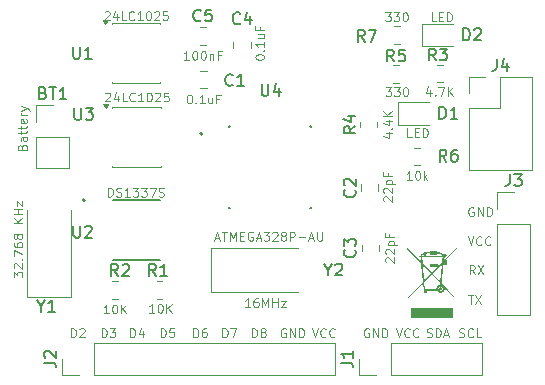
<source format=gto>
%TF.GenerationSoftware,KiCad,Pcbnew,9.0.6*%
%TF.CreationDate,2025-12-29T02:05:30+05:30*%
%TF.ProjectId,DATA LOGGER,44415441-204c-44f4-9747-45522e6b6963,rev?*%
%TF.SameCoordinates,Original*%
%TF.FileFunction,Legend,Top*%
%TF.FilePolarity,Positive*%
%FSLAX46Y46*%
G04 Gerber Fmt 4.6, Leading zero omitted, Abs format (unit mm)*
G04 Created by KiCad (PCBNEW 9.0.6) date 2025-12-29 02:05:30*
%MOMM*%
%LPD*%
G01*
G04 APERTURE LIST*
%ADD10C,0.093750*%
%ADD11C,0.150000*%
%ADD12C,0.000000*%
%ADD13C,0.120000*%
%ADD14C,0.127000*%
%ADD15C,0.200000*%
G04 APERTURE END LIST*
D10*
X89974534Y-87527625D02*
X90081677Y-87563339D01*
X90081677Y-87563339D02*
X90260248Y-87563339D01*
X90260248Y-87563339D02*
X90331677Y-87527625D01*
X90331677Y-87527625D02*
X90367391Y-87491910D01*
X90367391Y-87491910D02*
X90403105Y-87420482D01*
X90403105Y-87420482D02*
X90403105Y-87349053D01*
X90403105Y-87349053D02*
X90367391Y-87277625D01*
X90367391Y-87277625D02*
X90331677Y-87241910D01*
X90331677Y-87241910D02*
X90260248Y-87206196D01*
X90260248Y-87206196D02*
X90117391Y-87170482D01*
X90117391Y-87170482D02*
X90045962Y-87134767D01*
X90045962Y-87134767D02*
X90010248Y-87099053D01*
X90010248Y-87099053D02*
X89974534Y-87027625D01*
X89974534Y-87027625D02*
X89974534Y-86956196D01*
X89974534Y-86956196D02*
X90010248Y-86884767D01*
X90010248Y-86884767D02*
X90045962Y-86849053D01*
X90045962Y-86849053D02*
X90117391Y-86813339D01*
X90117391Y-86813339D02*
X90295962Y-86813339D01*
X90295962Y-86813339D02*
X90403105Y-86849053D01*
X91153105Y-87491910D02*
X91117391Y-87527625D01*
X91117391Y-87527625D02*
X91010248Y-87563339D01*
X91010248Y-87563339D02*
X90938820Y-87563339D01*
X90938820Y-87563339D02*
X90831677Y-87527625D01*
X90831677Y-87527625D02*
X90760248Y-87456196D01*
X90760248Y-87456196D02*
X90724534Y-87384767D01*
X90724534Y-87384767D02*
X90688820Y-87241910D01*
X90688820Y-87241910D02*
X90688820Y-87134767D01*
X90688820Y-87134767D02*
X90724534Y-86991910D01*
X90724534Y-86991910D02*
X90760248Y-86920482D01*
X90760248Y-86920482D02*
X90831677Y-86849053D01*
X90831677Y-86849053D02*
X90938820Y-86813339D01*
X90938820Y-86813339D02*
X91010248Y-86813339D01*
X91010248Y-86813339D02*
X91117391Y-86849053D01*
X91117391Y-86849053D02*
X91153105Y-86884767D01*
X91831677Y-87563339D02*
X91474534Y-87563339D01*
X91474534Y-87563339D02*
X91474534Y-86813339D01*
X87254534Y-87527625D02*
X87361677Y-87563339D01*
X87361677Y-87563339D02*
X87540248Y-87563339D01*
X87540248Y-87563339D02*
X87611677Y-87527625D01*
X87611677Y-87527625D02*
X87647391Y-87491910D01*
X87647391Y-87491910D02*
X87683105Y-87420482D01*
X87683105Y-87420482D02*
X87683105Y-87349053D01*
X87683105Y-87349053D02*
X87647391Y-87277625D01*
X87647391Y-87277625D02*
X87611677Y-87241910D01*
X87611677Y-87241910D02*
X87540248Y-87206196D01*
X87540248Y-87206196D02*
X87397391Y-87170482D01*
X87397391Y-87170482D02*
X87325962Y-87134767D01*
X87325962Y-87134767D02*
X87290248Y-87099053D01*
X87290248Y-87099053D02*
X87254534Y-87027625D01*
X87254534Y-87027625D02*
X87254534Y-86956196D01*
X87254534Y-86956196D02*
X87290248Y-86884767D01*
X87290248Y-86884767D02*
X87325962Y-86849053D01*
X87325962Y-86849053D02*
X87397391Y-86813339D01*
X87397391Y-86813339D02*
X87575962Y-86813339D01*
X87575962Y-86813339D02*
X87683105Y-86849053D01*
X88004534Y-87563339D02*
X88004534Y-86813339D01*
X88004534Y-86813339D02*
X88183105Y-86813339D01*
X88183105Y-86813339D02*
X88290248Y-86849053D01*
X88290248Y-86849053D02*
X88361677Y-86920482D01*
X88361677Y-86920482D02*
X88397391Y-86991910D01*
X88397391Y-86991910D02*
X88433105Y-87134767D01*
X88433105Y-87134767D02*
X88433105Y-87241910D01*
X88433105Y-87241910D02*
X88397391Y-87384767D01*
X88397391Y-87384767D02*
X88361677Y-87456196D01*
X88361677Y-87456196D02*
X88290248Y-87527625D01*
X88290248Y-87527625D02*
X88183105Y-87563339D01*
X88183105Y-87563339D02*
X88004534Y-87563339D01*
X88718820Y-87349053D02*
X89075963Y-87349053D01*
X88647391Y-87563339D02*
X88897391Y-86813339D01*
X88897391Y-86813339D02*
X89147391Y-87563339D01*
X84603105Y-86813339D02*
X84853105Y-87563339D01*
X84853105Y-87563339D02*
X85103105Y-86813339D01*
X85781676Y-87491910D02*
X85745962Y-87527625D01*
X85745962Y-87527625D02*
X85638819Y-87563339D01*
X85638819Y-87563339D02*
X85567391Y-87563339D01*
X85567391Y-87563339D02*
X85460248Y-87527625D01*
X85460248Y-87527625D02*
X85388819Y-87456196D01*
X85388819Y-87456196D02*
X85353105Y-87384767D01*
X85353105Y-87384767D02*
X85317391Y-87241910D01*
X85317391Y-87241910D02*
X85317391Y-87134767D01*
X85317391Y-87134767D02*
X85353105Y-86991910D01*
X85353105Y-86991910D02*
X85388819Y-86920482D01*
X85388819Y-86920482D02*
X85460248Y-86849053D01*
X85460248Y-86849053D02*
X85567391Y-86813339D01*
X85567391Y-86813339D02*
X85638819Y-86813339D01*
X85638819Y-86813339D02*
X85745962Y-86849053D01*
X85745962Y-86849053D02*
X85781676Y-86884767D01*
X86531676Y-87491910D02*
X86495962Y-87527625D01*
X86495962Y-87527625D02*
X86388819Y-87563339D01*
X86388819Y-87563339D02*
X86317391Y-87563339D01*
X86317391Y-87563339D02*
X86210248Y-87527625D01*
X86210248Y-87527625D02*
X86138819Y-87456196D01*
X86138819Y-87456196D02*
X86103105Y-87384767D01*
X86103105Y-87384767D02*
X86067391Y-87241910D01*
X86067391Y-87241910D02*
X86067391Y-87134767D01*
X86067391Y-87134767D02*
X86103105Y-86991910D01*
X86103105Y-86991910D02*
X86138819Y-86920482D01*
X86138819Y-86920482D02*
X86210248Y-86849053D01*
X86210248Y-86849053D02*
X86317391Y-86813339D01*
X86317391Y-86813339D02*
X86388819Y-86813339D01*
X86388819Y-86813339D02*
X86495962Y-86849053D01*
X86495962Y-86849053D02*
X86531676Y-86884767D01*
X82333105Y-86849053D02*
X82261677Y-86813339D01*
X82261677Y-86813339D02*
X82154534Y-86813339D01*
X82154534Y-86813339D02*
X82047391Y-86849053D01*
X82047391Y-86849053D02*
X81975962Y-86920482D01*
X81975962Y-86920482D02*
X81940248Y-86991910D01*
X81940248Y-86991910D02*
X81904534Y-87134767D01*
X81904534Y-87134767D02*
X81904534Y-87241910D01*
X81904534Y-87241910D02*
X81940248Y-87384767D01*
X81940248Y-87384767D02*
X81975962Y-87456196D01*
X81975962Y-87456196D02*
X82047391Y-87527625D01*
X82047391Y-87527625D02*
X82154534Y-87563339D01*
X82154534Y-87563339D02*
X82225962Y-87563339D01*
X82225962Y-87563339D02*
X82333105Y-87527625D01*
X82333105Y-87527625D02*
X82368819Y-87491910D01*
X82368819Y-87491910D02*
X82368819Y-87241910D01*
X82368819Y-87241910D02*
X82225962Y-87241910D01*
X82690248Y-87563339D02*
X82690248Y-86813339D01*
X82690248Y-86813339D02*
X83118819Y-87563339D01*
X83118819Y-87563339D02*
X83118819Y-86813339D01*
X83475962Y-87563339D02*
X83475962Y-86813339D01*
X83475962Y-86813339D02*
X83654533Y-86813339D01*
X83654533Y-86813339D02*
X83761676Y-86849053D01*
X83761676Y-86849053D02*
X83833105Y-86920482D01*
X83833105Y-86920482D02*
X83868819Y-86991910D01*
X83868819Y-86991910D02*
X83904533Y-87134767D01*
X83904533Y-87134767D02*
X83904533Y-87241910D01*
X83904533Y-87241910D02*
X83868819Y-87384767D01*
X83868819Y-87384767D02*
X83833105Y-87456196D01*
X83833105Y-87456196D02*
X83761676Y-87527625D01*
X83761676Y-87527625D02*
X83654533Y-87563339D01*
X83654533Y-87563339D02*
X83475962Y-87563339D01*
X77513105Y-86813339D02*
X77763105Y-87563339D01*
X77763105Y-87563339D02*
X78013105Y-86813339D01*
X78691676Y-87491910D02*
X78655962Y-87527625D01*
X78655962Y-87527625D02*
X78548819Y-87563339D01*
X78548819Y-87563339D02*
X78477391Y-87563339D01*
X78477391Y-87563339D02*
X78370248Y-87527625D01*
X78370248Y-87527625D02*
X78298819Y-87456196D01*
X78298819Y-87456196D02*
X78263105Y-87384767D01*
X78263105Y-87384767D02*
X78227391Y-87241910D01*
X78227391Y-87241910D02*
X78227391Y-87134767D01*
X78227391Y-87134767D02*
X78263105Y-86991910D01*
X78263105Y-86991910D02*
X78298819Y-86920482D01*
X78298819Y-86920482D02*
X78370248Y-86849053D01*
X78370248Y-86849053D02*
X78477391Y-86813339D01*
X78477391Y-86813339D02*
X78548819Y-86813339D01*
X78548819Y-86813339D02*
X78655962Y-86849053D01*
X78655962Y-86849053D02*
X78691676Y-86884767D01*
X79441676Y-87491910D02*
X79405962Y-87527625D01*
X79405962Y-87527625D02*
X79298819Y-87563339D01*
X79298819Y-87563339D02*
X79227391Y-87563339D01*
X79227391Y-87563339D02*
X79120248Y-87527625D01*
X79120248Y-87527625D02*
X79048819Y-87456196D01*
X79048819Y-87456196D02*
X79013105Y-87384767D01*
X79013105Y-87384767D02*
X78977391Y-87241910D01*
X78977391Y-87241910D02*
X78977391Y-87134767D01*
X78977391Y-87134767D02*
X79013105Y-86991910D01*
X79013105Y-86991910D02*
X79048819Y-86920482D01*
X79048819Y-86920482D02*
X79120248Y-86849053D01*
X79120248Y-86849053D02*
X79227391Y-86813339D01*
X79227391Y-86813339D02*
X79298819Y-86813339D01*
X79298819Y-86813339D02*
X79405962Y-86849053D01*
X79405962Y-86849053D02*
X79441676Y-86884767D01*
X75293105Y-86849053D02*
X75221677Y-86813339D01*
X75221677Y-86813339D02*
X75114534Y-86813339D01*
X75114534Y-86813339D02*
X75007391Y-86849053D01*
X75007391Y-86849053D02*
X74935962Y-86920482D01*
X74935962Y-86920482D02*
X74900248Y-86991910D01*
X74900248Y-86991910D02*
X74864534Y-87134767D01*
X74864534Y-87134767D02*
X74864534Y-87241910D01*
X74864534Y-87241910D02*
X74900248Y-87384767D01*
X74900248Y-87384767D02*
X74935962Y-87456196D01*
X74935962Y-87456196D02*
X75007391Y-87527625D01*
X75007391Y-87527625D02*
X75114534Y-87563339D01*
X75114534Y-87563339D02*
X75185962Y-87563339D01*
X75185962Y-87563339D02*
X75293105Y-87527625D01*
X75293105Y-87527625D02*
X75328819Y-87491910D01*
X75328819Y-87491910D02*
X75328819Y-87241910D01*
X75328819Y-87241910D02*
X75185962Y-87241910D01*
X75650248Y-87563339D02*
X75650248Y-86813339D01*
X75650248Y-86813339D02*
X76078819Y-87563339D01*
X76078819Y-87563339D02*
X76078819Y-86813339D01*
X76435962Y-87563339D02*
X76435962Y-86813339D01*
X76435962Y-86813339D02*
X76614533Y-86813339D01*
X76614533Y-86813339D02*
X76721676Y-86849053D01*
X76721676Y-86849053D02*
X76793105Y-86920482D01*
X76793105Y-86920482D02*
X76828819Y-86991910D01*
X76828819Y-86991910D02*
X76864533Y-87134767D01*
X76864533Y-87134767D02*
X76864533Y-87241910D01*
X76864533Y-87241910D02*
X76828819Y-87384767D01*
X76828819Y-87384767D02*
X76793105Y-87456196D01*
X76793105Y-87456196D02*
X76721676Y-87527625D01*
X76721676Y-87527625D02*
X76614533Y-87563339D01*
X76614533Y-87563339D02*
X76435962Y-87563339D01*
X72450248Y-87563339D02*
X72450248Y-86813339D01*
X72450248Y-86813339D02*
X72628819Y-86813339D01*
X72628819Y-86813339D02*
X72735962Y-86849053D01*
X72735962Y-86849053D02*
X72807391Y-86920482D01*
X72807391Y-86920482D02*
X72843105Y-86991910D01*
X72843105Y-86991910D02*
X72878819Y-87134767D01*
X72878819Y-87134767D02*
X72878819Y-87241910D01*
X72878819Y-87241910D02*
X72843105Y-87384767D01*
X72843105Y-87384767D02*
X72807391Y-87456196D01*
X72807391Y-87456196D02*
X72735962Y-87527625D01*
X72735962Y-87527625D02*
X72628819Y-87563339D01*
X72628819Y-87563339D02*
X72450248Y-87563339D01*
X73307391Y-87134767D02*
X73235962Y-87099053D01*
X73235962Y-87099053D02*
X73200248Y-87063339D01*
X73200248Y-87063339D02*
X73164534Y-86991910D01*
X73164534Y-86991910D02*
X73164534Y-86956196D01*
X73164534Y-86956196D02*
X73200248Y-86884767D01*
X73200248Y-86884767D02*
X73235962Y-86849053D01*
X73235962Y-86849053D02*
X73307391Y-86813339D01*
X73307391Y-86813339D02*
X73450248Y-86813339D01*
X73450248Y-86813339D02*
X73521677Y-86849053D01*
X73521677Y-86849053D02*
X73557391Y-86884767D01*
X73557391Y-86884767D02*
X73593105Y-86956196D01*
X73593105Y-86956196D02*
X73593105Y-86991910D01*
X73593105Y-86991910D02*
X73557391Y-87063339D01*
X73557391Y-87063339D02*
X73521677Y-87099053D01*
X73521677Y-87099053D02*
X73450248Y-87134767D01*
X73450248Y-87134767D02*
X73307391Y-87134767D01*
X73307391Y-87134767D02*
X73235962Y-87170482D01*
X73235962Y-87170482D02*
X73200248Y-87206196D01*
X73200248Y-87206196D02*
X73164534Y-87277625D01*
X73164534Y-87277625D02*
X73164534Y-87420482D01*
X73164534Y-87420482D02*
X73200248Y-87491910D01*
X73200248Y-87491910D02*
X73235962Y-87527625D01*
X73235962Y-87527625D02*
X73307391Y-87563339D01*
X73307391Y-87563339D02*
X73450248Y-87563339D01*
X73450248Y-87563339D02*
X73521677Y-87527625D01*
X73521677Y-87527625D02*
X73557391Y-87491910D01*
X73557391Y-87491910D02*
X73593105Y-87420482D01*
X73593105Y-87420482D02*
X73593105Y-87277625D01*
X73593105Y-87277625D02*
X73557391Y-87206196D01*
X73557391Y-87206196D02*
X73521677Y-87170482D01*
X73521677Y-87170482D02*
X73450248Y-87134767D01*
X69940248Y-87563339D02*
X69940248Y-86813339D01*
X69940248Y-86813339D02*
X70118819Y-86813339D01*
X70118819Y-86813339D02*
X70225962Y-86849053D01*
X70225962Y-86849053D02*
X70297391Y-86920482D01*
X70297391Y-86920482D02*
X70333105Y-86991910D01*
X70333105Y-86991910D02*
X70368819Y-87134767D01*
X70368819Y-87134767D02*
X70368819Y-87241910D01*
X70368819Y-87241910D02*
X70333105Y-87384767D01*
X70333105Y-87384767D02*
X70297391Y-87456196D01*
X70297391Y-87456196D02*
X70225962Y-87527625D01*
X70225962Y-87527625D02*
X70118819Y-87563339D01*
X70118819Y-87563339D02*
X69940248Y-87563339D01*
X70618819Y-86813339D02*
X71118819Y-86813339D01*
X71118819Y-86813339D02*
X70797391Y-87563339D01*
X67480248Y-87563339D02*
X67480248Y-86813339D01*
X67480248Y-86813339D02*
X67658819Y-86813339D01*
X67658819Y-86813339D02*
X67765962Y-86849053D01*
X67765962Y-86849053D02*
X67837391Y-86920482D01*
X67837391Y-86920482D02*
X67873105Y-86991910D01*
X67873105Y-86991910D02*
X67908819Y-87134767D01*
X67908819Y-87134767D02*
X67908819Y-87241910D01*
X67908819Y-87241910D02*
X67873105Y-87384767D01*
X67873105Y-87384767D02*
X67837391Y-87456196D01*
X67837391Y-87456196D02*
X67765962Y-87527625D01*
X67765962Y-87527625D02*
X67658819Y-87563339D01*
X67658819Y-87563339D02*
X67480248Y-87563339D01*
X68551677Y-86813339D02*
X68408819Y-86813339D01*
X68408819Y-86813339D02*
X68337391Y-86849053D01*
X68337391Y-86849053D02*
X68301677Y-86884767D01*
X68301677Y-86884767D02*
X68230248Y-86991910D01*
X68230248Y-86991910D02*
X68194534Y-87134767D01*
X68194534Y-87134767D02*
X68194534Y-87420482D01*
X68194534Y-87420482D02*
X68230248Y-87491910D01*
X68230248Y-87491910D02*
X68265962Y-87527625D01*
X68265962Y-87527625D02*
X68337391Y-87563339D01*
X68337391Y-87563339D02*
X68480248Y-87563339D01*
X68480248Y-87563339D02*
X68551677Y-87527625D01*
X68551677Y-87527625D02*
X68587391Y-87491910D01*
X68587391Y-87491910D02*
X68623105Y-87420482D01*
X68623105Y-87420482D02*
X68623105Y-87241910D01*
X68623105Y-87241910D02*
X68587391Y-87170482D01*
X68587391Y-87170482D02*
X68551677Y-87134767D01*
X68551677Y-87134767D02*
X68480248Y-87099053D01*
X68480248Y-87099053D02*
X68337391Y-87099053D01*
X68337391Y-87099053D02*
X68265962Y-87134767D01*
X68265962Y-87134767D02*
X68230248Y-87170482D01*
X68230248Y-87170482D02*
X68194534Y-87241910D01*
X64720248Y-87563339D02*
X64720248Y-86813339D01*
X64720248Y-86813339D02*
X64898819Y-86813339D01*
X64898819Y-86813339D02*
X65005962Y-86849053D01*
X65005962Y-86849053D02*
X65077391Y-86920482D01*
X65077391Y-86920482D02*
X65113105Y-86991910D01*
X65113105Y-86991910D02*
X65148819Y-87134767D01*
X65148819Y-87134767D02*
X65148819Y-87241910D01*
X65148819Y-87241910D02*
X65113105Y-87384767D01*
X65113105Y-87384767D02*
X65077391Y-87456196D01*
X65077391Y-87456196D02*
X65005962Y-87527625D01*
X65005962Y-87527625D02*
X64898819Y-87563339D01*
X64898819Y-87563339D02*
X64720248Y-87563339D01*
X65827391Y-86813339D02*
X65470248Y-86813339D01*
X65470248Y-86813339D02*
X65434534Y-87170482D01*
X65434534Y-87170482D02*
X65470248Y-87134767D01*
X65470248Y-87134767D02*
X65541677Y-87099053D01*
X65541677Y-87099053D02*
X65720248Y-87099053D01*
X65720248Y-87099053D02*
X65791677Y-87134767D01*
X65791677Y-87134767D02*
X65827391Y-87170482D01*
X65827391Y-87170482D02*
X65863105Y-87241910D01*
X65863105Y-87241910D02*
X65863105Y-87420482D01*
X65863105Y-87420482D02*
X65827391Y-87491910D01*
X65827391Y-87491910D02*
X65791677Y-87527625D01*
X65791677Y-87527625D02*
X65720248Y-87563339D01*
X65720248Y-87563339D02*
X65541677Y-87563339D01*
X65541677Y-87563339D02*
X65470248Y-87527625D01*
X65470248Y-87527625D02*
X65434534Y-87491910D01*
X62130248Y-87563339D02*
X62130248Y-86813339D01*
X62130248Y-86813339D02*
X62308819Y-86813339D01*
X62308819Y-86813339D02*
X62415962Y-86849053D01*
X62415962Y-86849053D02*
X62487391Y-86920482D01*
X62487391Y-86920482D02*
X62523105Y-86991910D01*
X62523105Y-86991910D02*
X62558819Y-87134767D01*
X62558819Y-87134767D02*
X62558819Y-87241910D01*
X62558819Y-87241910D02*
X62523105Y-87384767D01*
X62523105Y-87384767D02*
X62487391Y-87456196D01*
X62487391Y-87456196D02*
X62415962Y-87527625D01*
X62415962Y-87527625D02*
X62308819Y-87563339D01*
X62308819Y-87563339D02*
X62130248Y-87563339D01*
X63201677Y-87063339D02*
X63201677Y-87563339D01*
X63023105Y-86777625D02*
X62844534Y-87313339D01*
X62844534Y-87313339D02*
X63308819Y-87313339D01*
X59720248Y-87563339D02*
X59720248Y-86813339D01*
X59720248Y-86813339D02*
X59898819Y-86813339D01*
X59898819Y-86813339D02*
X60005962Y-86849053D01*
X60005962Y-86849053D02*
X60077391Y-86920482D01*
X60077391Y-86920482D02*
X60113105Y-86991910D01*
X60113105Y-86991910D02*
X60148819Y-87134767D01*
X60148819Y-87134767D02*
X60148819Y-87241910D01*
X60148819Y-87241910D02*
X60113105Y-87384767D01*
X60113105Y-87384767D02*
X60077391Y-87456196D01*
X60077391Y-87456196D02*
X60005962Y-87527625D01*
X60005962Y-87527625D02*
X59898819Y-87563339D01*
X59898819Y-87563339D02*
X59720248Y-87563339D01*
X60398819Y-86813339D02*
X60863105Y-86813339D01*
X60863105Y-86813339D02*
X60613105Y-87099053D01*
X60613105Y-87099053D02*
X60720248Y-87099053D01*
X60720248Y-87099053D02*
X60791677Y-87134767D01*
X60791677Y-87134767D02*
X60827391Y-87170482D01*
X60827391Y-87170482D02*
X60863105Y-87241910D01*
X60863105Y-87241910D02*
X60863105Y-87420482D01*
X60863105Y-87420482D02*
X60827391Y-87491910D01*
X60827391Y-87491910D02*
X60791677Y-87527625D01*
X60791677Y-87527625D02*
X60720248Y-87563339D01*
X60720248Y-87563339D02*
X60505962Y-87563339D01*
X60505962Y-87563339D02*
X60434534Y-87527625D01*
X60434534Y-87527625D02*
X60398819Y-87491910D01*
X57120248Y-87563339D02*
X57120248Y-86813339D01*
X57120248Y-86813339D02*
X57298819Y-86813339D01*
X57298819Y-86813339D02*
X57405962Y-86849053D01*
X57405962Y-86849053D02*
X57477391Y-86920482D01*
X57477391Y-86920482D02*
X57513105Y-86991910D01*
X57513105Y-86991910D02*
X57548819Y-87134767D01*
X57548819Y-87134767D02*
X57548819Y-87241910D01*
X57548819Y-87241910D02*
X57513105Y-87384767D01*
X57513105Y-87384767D02*
X57477391Y-87456196D01*
X57477391Y-87456196D02*
X57405962Y-87527625D01*
X57405962Y-87527625D02*
X57298819Y-87563339D01*
X57298819Y-87563339D02*
X57120248Y-87563339D01*
X57834534Y-86884767D02*
X57870248Y-86849053D01*
X57870248Y-86849053D02*
X57941677Y-86813339D01*
X57941677Y-86813339D02*
X58120248Y-86813339D01*
X58120248Y-86813339D02*
X58191677Y-86849053D01*
X58191677Y-86849053D02*
X58227391Y-86884767D01*
X58227391Y-86884767D02*
X58263105Y-86956196D01*
X58263105Y-86956196D02*
X58263105Y-87027625D01*
X58263105Y-87027625D02*
X58227391Y-87134767D01*
X58227391Y-87134767D02*
X57798819Y-87563339D01*
X57798819Y-87563339D02*
X58263105Y-87563339D01*
X90753105Y-83983339D02*
X91181677Y-83983339D01*
X90967391Y-84733339D02*
X90967391Y-83983339D01*
X91360248Y-83983339D02*
X91860248Y-84733339D01*
X91860248Y-83983339D02*
X91360248Y-84733339D01*
X91288819Y-82223339D02*
X91038819Y-81866196D01*
X90860248Y-82223339D02*
X90860248Y-81473339D01*
X90860248Y-81473339D02*
X91145962Y-81473339D01*
X91145962Y-81473339D02*
X91217391Y-81509053D01*
X91217391Y-81509053D02*
X91253105Y-81544767D01*
X91253105Y-81544767D02*
X91288819Y-81616196D01*
X91288819Y-81616196D02*
X91288819Y-81723339D01*
X91288819Y-81723339D02*
X91253105Y-81794767D01*
X91253105Y-81794767D02*
X91217391Y-81830482D01*
X91217391Y-81830482D02*
X91145962Y-81866196D01*
X91145962Y-81866196D02*
X90860248Y-81866196D01*
X91538819Y-81473339D02*
X92038819Y-82223339D01*
X92038819Y-81473339D02*
X91538819Y-82223339D01*
X90693105Y-79043339D02*
X90943105Y-79793339D01*
X90943105Y-79793339D02*
X91193105Y-79043339D01*
X91871676Y-79721910D02*
X91835962Y-79757625D01*
X91835962Y-79757625D02*
X91728819Y-79793339D01*
X91728819Y-79793339D02*
X91657391Y-79793339D01*
X91657391Y-79793339D02*
X91550248Y-79757625D01*
X91550248Y-79757625D02*
X91478819Y-79686196D01*
X91478819Y-79686196D02*
X91443105Y-79614767D01*
X91443105Y-79614767D02*
X91407391Y-79471910D01*
X91407391Y-79471910D02*
X91407391Y-79364767D01*
X91407391Y-79364767D02*
X91443105Y-79221910D01*
X91443105Y-79221910D02*
X91478819Y-79150482D01*
X91478819Y-79150482D02*
X91550248Y-79079053D01*
X91550248Y-79079053D02*
X91657391Y-79043339D01*
X91657391Y-79043339D02*
X91728819Y-79043339D01*
X91728819Y-79043339D02*
X91835962Y-79079053D01*
X91835962Y-79079053D02*
X91871676Y-79114767D01*
X92621676Y-79721910D02*
X92585962Y-79757625D01*
X92585962Y-79757625D02*
X92478819Y-79793339D01*
X92478819Y-79793339D02*
X92407391Y-79793339D01*
X92407391Y-79793339D02*
X92300248Y-79757625D01*
X92300248Y-79757625D02*
X92228819Y-79686196D01*
X92228819Y-79686196D02*
X92193105Y-79614767D01*
X92193105Y-79614767D02*
X92157391Y-79471910D01*
X92157391Y-79471910D02*
X92157391Y-79364767D01*
X92157391Y-79364767D02*
X92193105Y-79221910D01*
X92193105Y-79221910D02*
X92228819Y-79150482D01*
X92228819Y-79150482D02*
X92300248Y-79079053D01*
X92300248Y-79079053D02*
X92407391Y-79043339D01*
X92407391Y-79043339D02*
X92478819Y-79043339D01*
X92478819Y-79043339D02*
X92585962Y-79079053D01*
X92585962Y-79079053D02*
X92621676Y-79114767D01*
X91193105Y-76599053D02*
X91121677Y-76563339D01*
X91121677Y-76563339D02*
X91014534Y-76563339D01*
X91014534Y-76563339D02*
X90907391Y-76599053D01*
X90907391Y-76599053D02*
X90835962Y-76670482D01*
X90835962Y-76670482D02*
X90800248Y-76741910D01*
X90800248Y-76741910D02*
X90764534Y-76884767D01*
X90764534Y-76884767D02*
X90764534Y-76991910D01*
X90764534Y-76991910D02*
X90800248Y-77134767D01*
X90800248Y-77134767D02*
X90835962Y-77206196D01*
X90835962Y-77206196D02*
X90907391Y-77277625D01*
X90907391Y-77277625D02*
X91014534Y-77313339D01*
X91014534Y-77313339D02*
X91085962Y-77313339D01*
X91085962Y-77313339D02*
X91193105Y-77277625D01*
X91193105Y-77277625D02*
X91228819Y-77241910D01*
X91228819Y-77241910D02*
X91228819Y-76991910D01*
X91228819Y-76991910D02*
X91085962Y-76991910D01*
X91550248Y-77313339D02*
X91550248Y-76563339D01*
X91550248Y-76563339D02*
X91978819Y-77313339D01*
X91978819Y-77313339D02*
X91978819Y-76563339D01*
X92335962Y-77313339D02*
X92335962Y-76563339D01*
X92335962Y-76563339D02*
X92514533Y-76563339D01*
X92514533Y-76563339D02*
X92621676Y-76599053D01*
X92621676Y-76599053D02*
X92693105Y-76670482D01*
X92693105Y-76670482D02*
X92728819Y-76741910D01*
X92728819Y-76741910D02*
X92764533Y-76884767D01*
X92764533Y-76884767D02*
X92764533Y-76991910D01*
X92764533Y-76991910D02*
X92728819Y-77134767D01*
X92728819Y-77134767D02*
X92693105Y-77206196D01*
X92693105Y-77206196D02*
X92621676Y-77277625D01*
X92621676Y-77277625D02*
X92514533Y-77313339D01*
X92514533Y-77313339D02*
X92335962Y-77313339D01*
D11*
X70803333Y-66189580D02*
X70755714Y-66237200D01*
X70755714Y-66237200D02*
X70612857Y-66284819D01*
X70612857Y-66284819D02*
X70517619Y-66284819D01*
X70517619Y-66284819D02*
X70374762Y-66237200D01*
X70374762Y-66237200D02*
X70279524Y-66141961D01*
X70279524Y-66141961D02*
X70231905Y-66046723D01*
X70231905Y-66046723D02*
X70184286Y-65856247D01*
X70184286Y-65856247D02*
X70184286Y-65713390D01*
X70184286Y-65713390D02*
X70231905Y-65522914D01*
X70231905Y-65522914D02*
X70279524Y-65427676D01*
X70279524Y-65427676D02*
X70374762Y-65332438D01*
X70374762Y-65332438D02*
X70517619Y-65284819D01*
X70517619Y-65284819D02*
X70612857Y-65284819D01*
X70612857Y-65284819D02*
X70755714Y-65332438D01*
X70755714Y-65332438D02*
X70803333Y-65380057D01*
X71755714Y-66284819D02*
X71184286Y-66284819D01*
X71470000Y-66284819D02*
X71470000Y-65284819D01*
X71470000Y-65284819D02*
X71374762Y-65427676D01*
X71374762Y-65427676D02*
X71279524Y-65522914D01*
X71279524Y-65522914D02*
X71184286Y-65570533D01*
D10*
X67107857Y-67032089D02*
X67179286Y-67032089D01*
X67179286Y-67032089D02*
X67250714Y-67067803D01*
X67250714Y-67067803D02*
X67286429Y-67103517D01*
X67286429Y-67103517D02*
X67322143Y-67174946D01*
X67322143Y-67174946D02*
X67357857Y-67317803D01*
X67357857Y-67317803D02*
X67357857Y-67496375D01*
X67357857Y-67496375D02*
X67322143Y-67639232D01*
X67322143Y-67639232D02*
X67286429Y-67710660D01*
X67286429Y-67710660D02*
X67250714Y-67746375D01*
X67250714Y-67746375D02*
X67179286Y-67782089D01*
X67179286Y-67782089D02*
X67107857Y-67782089D01*
X67107857Y-67782089D02*
X67036429Y-67746375D01*
X67036429Y-67746375D02*
X67000714Y-67710660D01*
X67000714Y-67710660D02*
X66965000Y-67639232D01*
X66965000Y-67639232D02*
X66929286Y-67496375D01*
X66929286Y-67496375D02*
X66929286Y-67317803D01*
X66929286Y-67317803D02*
X66965000Y-67174946D01*
X66965000Y-67174946D02*
X67000714Y-67103517D01*
X67000714Y-67103517D02*
X67036429Y-67067803D01*
X67036429Y-67067803D02*
X67107857Y-67032089D01*
X67679286Y-67710660D02*
X67715000Y-67746375D01*
X67715000Y-67746375D02*
X67679286Y-67782089D01*
X67679286Y-67782089D02*
X67643572Y-67746375D01*
X67643572Y-67746375D02*
X67679286Y-67710660D01*
X67679286Y-67710660D02*
X67679286Y-67782089D01*
X68429286Y-67782089D02*
X68000715Y-67782089D01*
X68215000Y-67782089D02*
X68215000Y-67032089D01*
X68215000Y-67032089D02*
X68143572Y-67139232D01*
X68143572Y-67139232D02*
X68072143Y-67210660D01*
X68072143Y-67210660D02*
X68000715Y-67246375D01*
X69072144Y-67282089D02*
X69072144Y-67782089D01*
X68750715Y-67282089D02*
X68750715Y-67674946D01*
X68750715Y-67674946D02*
X68786429Y-67746375D01*
X68786429Y-67746375D02*
X68857858Y-67782089D01*
X68857858Y-67782089D02*
X68965001Y-67782089D01*
X68965001Y-67782089D02*
X69036429Y-67746375D01*
X69036429Y-67746375D02*
X69072144Y-67710660D01*
X69679286Y-67389232D02*
X69429286Y-67389232D01*
X69429286Y-67782089D02*
X69429286Y-67032089D01*
X69429286Y-67032089D02*
X69786429Y-67032089D01*
D11*
X88311905Y-69074819D02*
X88311905Y-68074819D01*
X88311905Y-68074819D02*
X88550000Y-68074819D01*
X88550000Y-68074819D02*
X88692857Y-68122438D01*
X88692857Y-68122438D02*
X88788095Y-68217676D01*
X88788095Y-68217676D02*
X88835714Y-68312914D01*
X88835714Y-68312914D02*
X88883333Y-68503390D01*
X88883333Y-68503390D02*
X88883333Y-68646247D01*
X88883333Y-68646247D02*
X88835714Y-68836723D01*
X88835714Y-68836723D02*
X88788095Y-68931961D01*
X88788095Y-68931961D02*
X88692857Y-69027200D01*
X88692857Y-69027200D02*
X88550000Y-69074819D01*
X88550000Y-69074819D02*
X88311905Y-69074819D01*
X89835714Y-69074819D02*
X89264286Y-69074819D01*
X89550000Y-69074819D02*
X89550000Y-68074819D01*
X89550000Y-68074819D02*
X89454762Y-68217676D01*
X89454762Y-68217676D02*
X89359524Y-68312914D01*
X89359524Y-68312914D02*
X89264286Y-68360533D01*
D10*
X85962857Y-70627089D02*
X85605714Y-70627089D01*
X85605714Y-70627089D02*
X85605714Y-69877089D01*
X86212857Y-70234232D02*
X86462857Y-70234232D01*
X86570000Y-70627089D02*
X86212857Y-70627089D01*
X86212857Y-70627089D02*
X86212857Y-69877089D01*
X86212857Y-69877089D02*
X86570000Y-69877089D01*
X86891428Y-70627089D02*
X86891428Y-69877089D01*
X86891428Y-69877089D02*
X87069999Y-69877089D01*
X87069999Y-69877089D02*
X87177142Y-69912803D01*
X87177142Y-69912803D02*
X87248571Y-69984232D01*
X87248571Y-69984232D02*
X87284285Y-70055660D01*
X87284285Y-70055660D02*
X87319999Y-70198517D01*
X87319999Y-70198517D02*
X87319999Y-70305660D01*
X87319999Y-70305660D02*
X87284285Y-70448517D01*
X87284285Y-70448517D02*
X87248571Y-70519946D01*
X87248571Y-70519946D02*
X87177142Y-70591375D01*
X87177142Y-70591375D02*
X87069999Y-70627089D01*
X87069999Y-70627089D02*
X86891428Y-70627089D01*
D11*
X78883809Y-81858628D02*
X78883809Y-82334819D01*
X78550476Y-81334819D02*
X78883809Y-81858628D01*
X78883809Y-81858628D02*
X79217142Y-81334819D01*
X79502857Y-81430057D02*
X79550476Y-81382438D01*
X79550476Y-81382438D02*
X79645714Y-81334819D01*
X79645714Y-81334819D02*
X79883809Y-81334819D01*
X79883809Y-81334819D02*
X79979047Y-81382438D01*
X79979047Y-81382438D02*
X80026666Y-81430057D01*
X80026666Y-81430057D02*
X80074285Y-81525295D01*
X80074285Y-81525295D02*
X80074285Y-81620533D01*
X80074285Y-81620533D02*
X80026666Y-81763390D01*
X80026666Y-81763390D02*
X79455238Y-82334819D01*
X79455238Y-82334819D02*
X80074285Y-82334819D01*
D10*
X72282142Y-85017089D02*
X71853571Y-85017089D01*
X72067856Y-85017089D02*
X72067856Y-84267089D01*
X72067856Y-84267089D02*
X71996428Y-84374232D01*
X71996428Y-84374232D02*
X71924999Y-84445660D01*
X71924999Y-84445660D02*
X71853571Y-84481375D01*
X72925000Y-84267089D02*
X72782142Y-84267089D01*
X72782142Y-84267089D02*
X72710714Y-84302803D01*
X72710714Y-84302803D02*
X72675000Y-84338517D01*
X72675000Y-84338517D02*
X72603571Y-84445660D01*
X72603571Y-84445660D02*
X72567857Y-84588517D01*
X72567857Y-84588517D02*
X72567857Y-84874232D01*
X72567857Y-84874232D02*
X72603571Y-84945660D01*
X72603571Y-84945660D02*
X72639285Y-84981375D01*
X72639285Y-84981375D02*
X72710714Y-85017089D01*
X72710714Y-85017089D02*
X72853571Y-85017089D01*
X72853571Y-85017089D02*
X72925000Y-84981375D01*
X72925000Y-84981375D02*
X72960714Y-84945660D01*
X72960714Y-84945660D02*
X72996428Y-84874232D01*
X72996428Y-84874232D02*
X72996428Y-84695660D01*
X72996428Y-84695660D02*
X72960714Y-84624232D01*
X72960714Y-84624232D02*
X72925000Y-84588517D01*
X72925000Y-84588517D02*
X72853571Y-84552803D01*
X72853571Y-84552803D02*
X72710714Y-84552803D01*
X72710714Y-84552803D02*
X72639285Y-84588517D01*
X72639285Y-84588517D02*
X72603571Y-84624232D01*
X72603571Y-84624232D02*
X72567857Y-84695660D01*
X73317857Y-85017089D02*
X73317857Y-84267089D01*
X73317857Y-84267089D02*
X73567857Y-84802803D01*
X73567857Y-84802803D02*
X73817857Y-84267089D01*
X73817857Y-84267089D02*
X73817857Y-85017089D01*
X74175000Y-85017089D02*
X74175000Y-84267089D01*
X74175000Y-84624232D02*
X74603571Y-84624232D01*
X74603571Y-85017089D02*
X74603571Y-84267089D01*
X74889285Y-84517089D02*
X75282143Y-84517089D01*
X75282143Y-84517089D02*
X74889285Y-85017089D01*
X74889285Y-85017089D02*
X75282143Y-85017089D01*
D11*
X54573809Y-84918628D02*
X54573809Y-85394819D01*
X54240476Y-84394819D02*
X54573809Y-84918628D01*
X54573809Y-84918628D02*
X54907142Y-84394819D01*
X55764285Y-85394819D02*
X55192857Y-85394819D01*
X55478571Y-85394819D02*
X55478571Y-84394819D01*
X55478571Y-84394819D02*
X55383333Y-84537676D01*
X55383333Y-84537676D02*
X55288095Y-84632914D01*
X55288095Y-84632914D02*
X55192857Y-84680533D01*
D10*
X52252089Y-82494286D02*
X52252089Y-82030000D01*
X52252089Y-82030000D02*
X52537803Y-82280000D01*
X52537803Y-82280000D02*
X52537803Y-82172857D01*
X52537803Y-82172857D02*
X52573517Y-82101429D01*
X52573517Y-82101429D02*
X52609232Y-82065714D01*
X52609232Y-82065714D02*
X52680660Y-82030000D01*
X52680660Y-82030000D02*
X52859232Y-82030000D01*
X52859232Y-82030000D02*
X52930660Y-82065714D01*
X52930660Y-82065714D02*
X52966375Y-82101429D01*
X52966375Y-82101429D02*
X53002089Y-82172857D01*
X53002089Y-82172857D02*
X53002089Y-82387143D01*
X53002089Y-82387143D02*
X52966375Y-82458571D01*
X52966375Y-82458571D02*
X52930660Y-82494286D01*
X52323517Y-81744285D02*
X52287803Y-81708571D01*
X52287803Y-81708571D02*
X52252089Y-81637143D01*
X52252089Y-81637143D02*
X52252089Y-81458571D01*
X52252089Y-81458571D02*
X52287803Y-81387143D01*
X52287803Y-81387143D02*
X52323517Y-81351428D01*
X52323517Y-81351428D02*
X52394946Y-81315714D01*
X52394946Y-81315714D02*
X52466375Y-81315714D01*
X52466375Y-81315714D02*
X52573517Y-81351428D01*
X52573517Y-81351428D02*
X53002089Y-81780000D01*
X53002089Y-81780000D02*
X53002089Y-81315714D01*
X52930660Y-80994285D02*
X52966375Y-80958571D01*
X52966375Y-80958571D02*
X53002089Y-80994285D01*
X53002089Y-80994285D02*
X52966375Y-81029999D01*
X52966375Y-81029999D02*
X52930660Y-80994285D01*
X52930660Y-80994285D02*
X53002089Y-80994285D01*
X52252089Y-80708571D02*
X52252089Y-80208571D01*
X52252089Y-80208571D02*
X53002089Y-80529999D01*
X52252089Y-79601428D02*
X52252089Y-79744285D01*
X52252089Y-79744285D02*
X52287803Y-79815713D01*
X52287803Y-79815713D02*
X52323517Y-79851428D01*
X52323517Y-79851428D02*
X52430660Y-79922856D01*
X52430660Y-79922856D02*
X52573517Y-79958570D01*
X52573517Y-79958570D02*
X52859232Y-79958570D01*
X52859232Y-79958570D02*
X52930660Y-79922856D01*
X52930660Y-79922856D02*
X52966375Y-79887142D01*
X52966375Y-79887142D02*
X53002089Y-79815713D01*
X53002089Y-79815713D02*
X53002089Y-79672856D01*
X53002089Y-79672856D02*
X52966375Y-79601428D01*
X52966375Y-79601428D02*
X52930660Y-79565713D01*
X52930660Y-79565713D02*
X52859232Y-79529999D01*
X52859232Y-79529999D02*
X52680660Y-79529999D01*
X52680660Y-79529999D02*
X52609232Y-79565713D01*
X52609232Y-79565713D02*
X52573517Y-79601428D01*
X52573517Y-79601428D02*
X52537803Y-79672856D01*
X52537803Y-79672856D02*
X52537803Y-79815713D01*
X52537803Y-79815713D02*
X52573517Y-79887142D01*
X52573517Y-79887142D02*
X52609232Y-79922856D01*
X52609232Y-79922856D02*
X52680660Y-79958570D01*
X52573517Y-79101427D02*
X52537803Y-79172856D01*
X52537803Y-79172856D02*
X52502089Y-79208570D01*
X52502089Y-79208570D02*
X52430660Y-79244284D01*
X52430660Y-79244284D02*
X52394946Y-79244284D01*
X52394946Y-79244284D02*
X52323517Y-79208570D01*
X52323517Y-79208570D02*
X52287803Y-79172856D01*
X52287803Y-79172856D02*
X52252089Y-79101427D01*
X52252089Y-79101427D02*
X52252089Y-78958570D01*
X52252089Y-78958570D02*
X52287803Y-78887142D01*
X52287803Y-78887142D02*
X52323517Y-78851427D01*
X52323517Y-78851427D02*
X52394946Y-78815713D01*
X52394946Y-78815713D02*
X52430660Y-78815713D01*
X52430660Y-78815713D02*
X52502089Y-78851427D01*
X52502089Y-78851427D02*
X52537803Y-78887142D01*
X52537803Y-78887142D02*
X52573517Y-78958570D01*
X52573517Y-78958570D02*
X52573517Y-79101427D01*
X52573517Y-79101427D02*
X52609232Y-79172856D01*
X52609232Y-79172856D02*
X52644946Y-79208570D01*
X52644946Y-79208570D02*
X52716375Y-79244284D01*
X52716375Y-79244284D02*
X52859232Y-79244284D01*
X52859232Y-79244284D02*
X52930660Y-79208570D01*
X52930660Y-79208570D02*
X52966375Y-79172856D01*
X52966375Y-79172856D02*
X53002089Y-79101427D01*
X53002089Y-79101427D02*
X53002089Y-78958570D01*
X53002089Y-78958570D02*
X52966375Y-78887142D01*
X52966375Y-78887142D02*
X52930660Y-78851427D01*
X52930660Y-78851427D02*
X52859232Y-78815713D01*
X52859232Y-78815713D02*
X52716375Y-78815713D01*
X52716375Y-78815713D02*
X52644946Y-78851427D01*
X52644946Y-78851427D02*
X52609232Y-78887142D01*
X52609232Y-78887142D02*
X52573517Y-78958570D01*
X53002089Y-77922855D02*
X52252089Y-77922855D01*
X53002089Y-77494284D02*
X52573517Y-77815712D01*
X52252089Y-77494284D02*
X52680660Y-77922855D01*
X53002089Y-77172855D02*
X52252089Y-77172855D01*
X52609232Y-77172855D02*
X52609232Y-76744284D01*
X53002089Y-76744284D02*
X52252089Y-76744284D01*
X52502089Y-76458570D02*
X52502089Y-76065713D01*
X52502089Y-76065713D02*
X53002089Y-76458570D01*
X53002089Y-76458570D02*
X53002089Y-76065713D01*
D11*
X73263095Y-66129819D02*
X73263095Y-66939342D01*
X73263095Y-66939342D02*
X73310714Y-67034580D01*
X73310714Y-67034580D02*
X73358333Y-67082200D01*
X73358333Y-67082200D02*
X73453571Y-67129819D01*
X73453571Y-67129819D02*
X73644047Y-67129819D01*
X73644047Y-67129819D02*
X73739285Y-67082200D01*
X73739285Y-67082200D02*
X73786904Y-67034580D01*
X73786904Y-67034580D02*
X73834523Y-66939342D01*
X73834523Y-66939342D02*
X73834523Y-66129819D01*
X74739285Y-66463152D02*
X74739285Y-67129819D01*
X74501190Y-66082200D02*
X74263095Y-66796485D01*
X74263095Y-66796485D02*
X74882142Y-66796485D01*
D10*
X69316429Y-79187803D02*
X69673572Y-79187803D01*
X69245000Y-79402089D02*
X69495000Y-78652089D01*
X69495000Y-78652089D02*
X69745000Y-79402089D01*
X69887857Y-78652089D02*
X70316429Y-78652089D01*
X70102143Y-79402089D02*
X70102143Y-78652089D01*
X70566429Y-79402089D02*
X70566429Y-78652089D01*
X70566429Y-78652089D02*
X70816429Y-79187803D01*
X70816429Y-79187803D02*
X71066429Y-78652089D01*
X71066429Y-78652089D02*
X71066429Y-79402089D01*
X71423572Y-79009232D02*
X71673572Y-79009232D01*
X71780715Y-79402089D02*
X71423572Y-79402089D01*
X71423572Y-79402089D02*
X71423572Y-78652089D01*
X71423572Y-78652089D02*
X71780715Y-78652089D01*
X72495000Y-78687803D02*
X72423572Y-78652089D01*
X72423572Y-78652089D02*
X72316429Y-78652089D01*
X72316429Y-78652089D02*
X72209286Y-78687803D01*
X72209286Y-78687803D02*
X72137857Y-78759232D01*
X72137857Y-78759232D02*
X72102143Y-78830660D01*
X72102143Y-78830660D02*
X72066429Y-78973517D01*
X72066429Y-78973517D02*
X72066429Y-79080660D01*
X72066429Y-79080660D02*
X72102143Y-79223517D01*
X72102143Y-79223517D02*
X72137857Y-79294946D01*
X72137857Y-79294946D02*
X72209286Y-79366375D01*
X72209286Y-79366375D02*
X72316429Y-79402089D01*
X72316429Y-79402089D02*
X72387857Y-79402089D01*
X72387857Y-79402089D02*
X72495000Y-79366375D01*
X72495000Y-79366375D02*
X72530714Y-79330660D01*
X72530714Y-79330660D02*
X72530714Y-79080660D01*
X72530714Y-79080660D02*
X72387857Y-79080660D01*
X72816429Y-79187803D02*
X73173572Y-79187803D01*
X72745000Y-79402089D02*
X72995000Y-78652089D01*
X72995000Y-78652089D02*
X73245000Y-79402089D01*
X73423571Y-78652089D02*
X73887857Y-78652089D01*
X73887857Y-78652089D02*
X73637857Y-78937803D01*
X73637857Y-78937803D02*
X73745000Y-78937803D01*
X73745000Y-78937803D02*
X73816429Y-78973517D01*
X73816429Y-78973517D02*
X73852143Y-79009232D01*
X73852143Y-79009232D02*
X73887857Y-79080660D01*
X73887857Y-79080660D02*
X73887857Y-79259232D01*
X73887857Y-79259232D02*
X73852143Y-79330660D01*
X73852143Y-79330660D02*
X73816429Y-79366375D01*
X73816429Y-79366375D02*
X73745000Y-79402089D01*
X73745000Y-79402089D02*
X73530714Y-79402089D01*
X73530714Y-79402089D02*
X73459286Y-79366375D01*
X73459286Y-79366375D02*
X73423571Y-79330660D01*
X74173572Y-78723517D02*
X74209286Y-78687803D01*
X74209286Y-78687803D02*
X74280715Y-78652089D01*
X74280715Y-78652089D02*
X74459286Y-78652089D01*
X74459286Y-78652089D02*
X74530715Y-78687803D01*
X74530715Y-78687803D02*
X74566429Y-78723517D01*
X74566429Y-78723517D02*
X74602143Y-78794946D01*
X74602143Y-78794946D02*
X74602143Y-78866375D01*
X74602143Y-78866375D02*
X74566429Y-78973517D01*
X74566429Y-78973517D02*
X74137857Y-79402089D01*
X74137857Y-79402089D02*
X74602143Y-79402089D01*
X75030715Y-78973517D02*
X74959286Y-78937803D01*
X74959286Y-78937803D02*
X74923572Y-78902089D01*
X74923572Y-78902089D02*
X74887858Y-78830660D01*
X74887858Y-78830660D02*
X74887858Y-78794946D01*
X74887858Y-78794946D02*
X74923572Y-78723517D01*
X74923572Y-78723517D02*
X74959286Y-78687803D01*
X74959286Y-78687803D02*
X75030715Y-78652089D01*
X75030715Y-78652089D02*
X75173572Y-78652089D01*
X75173572Y-78652089D02*
X75245001Y-78687803D01*
X75245001Y-78687803D02*
X75280715Y-78723517D01*
X75280715Y-78723517D02*
X75316429Y-78794946D01*
X75316429Y-78794946D02*
X75316429Y-78830660D01*
X75316429Y-78830660D02*
X75280715Y-78902089D01*
X75280715Y-78902089D02*
X75245001Y-78937803D01*
X75245001Y-78937803D02*
X75173572Y-78973517D01*
X75173572Y-78973517D02*
X75030715Y-78973517D01*
X75030715Y-78973517D02*
X74959286Y-79009232D01*
X74959286Y-79009232D02*
X74923572Y-79044946D01*
X74923572Y-79044946D02*
X74887858Y-79116375D01*
X74887858Y-79116375D02*
X74887858Y-79259232D01*
X74887858Y-79259232D02*
X74923572Y-79330660D01*
X74923572Y-79330660D02*
X74959286Y-79366375D01*
X74959286Y-79366375D02*
X75030715Y-79402089D01*
X75030715Y-79402089D02*
X75173572Y-79402089D01*
X75173572Y-79402089D02*
X75245001Y-79366375D01*
X75245001Y-79366375D02*
X75280715Y-79330660D01*
X75280715Y-79330660D02*
X75316429Y-79259232D01*
X75316429Y-79259232D02*
X75316429Y-79116375D01*
X75316429Y-79116375D02*
X75280715Y-79044946D01*
X75280715Y-79044946D02*
X75245001Y-79009232D01*
X75245001Y-79009232D02*
X75173572Y-78973517D01*
X75637858Y-79402089D02*
X75637858Y-78652089D01*
X75637858Y-78652089D02*
X75923572Y-78652089D01*
X75923572Y-78652089D02*
X75995001Y-78687803D01*
X75995001Y-78687803D02*
X76030715Y-78723517D01*
X76030715Y-78723517D02*
X76066429Y-78794946D01*
X76066429Y-78794946D02*
X76066429Y-78902089D01*
X76066429Y-78902089D02*
X76030715Y-78973517D01*
X76030715Y-78973517D02*
X75995001Y-79009232D01*
X75995001Y-79009232D02*
X75923572Y-79044946D01*
X75923572Y-79044946D02*
X75637858Y-79044946D01*
X76387858Y-79116375D02*
X76959287Y-79116375D01*
X77280715Y-79187803D02*
X77637858Y-79187803D01*
X77209286Y-79402089D02*
X77459286Y-78652089D01*
X77459286Y-78652089D02*
X77709286Y-79402089D01*
X77959286Y-78652089D02*
X77959286Y-79259232D01*
X77959286Y-79259232D02*
X77995000Y-79330660D01*
X77995000Y-79330660D02*
X78030715Y-79366375D01*
X78030715Y-79366375D02*
X78102143Y-79402089D01*
X78102143Y-79402089D02*
X78245000Y-79402089D01*
X78245000Y-79402089D02*
X78316429Y-79366375D01*
X78316429Y-79366375D02*
X78352143Y-79330660D01*
X78352143Y-79330660D02*
X78387857Y-79259232D01*
X78387857Y-79259232D02*
X78387857Y-78652089D01*
D11*
X57398095Y-68154819D02*
X57398095Y-68964342D01*
X57398095Y-68964342D02*
X57445714Y-69059580D01*
X57445714Y-69059580D02*
X57493333Y-69107200D01*
X57493333Y-69107200D02*
X57588571Y-69154819D01*
X57588571Y-69154819D02*
X57779047Y-69154819D01*
X57779047Y-69154819D02*
X57874285Y-69107200D01*
X57874285Y-69107200D02*
X57921904Y-69059580D01*
X57921904Y-69059580D02*
X57969523Y-68964342D01*
X57969523Y-68964342D02*
X57969523Y-68154819D01*
X58350476Y-68154819D02*
X58969523Y-68154819D01*
X58969523Y-68154819D02*
X58636190Y-68535771D01*
X58636190Y-68535771D02*
X58779047Y-68535771D01*
X58779047Y-68535771D02*
X58874285Y-68583390D01*
X58874285Y-68583390D02*
X58921904Y-68631009D01*
X58921904Y-68631009D02*
X58969523Y-68726247D01*
X58969523Y-68726247D02*
X58969523Y-68964342D01*
X58969523Y-68964342D02*
X58921904Y-69059580D01*
X58921904Y-69059580D02*
X58874285Y-69107200D01*
X58874285Y-69107200D02*
X58779047Y-69154819D01*
X58779047Y-69154819D02*
X58493333Y-69154819D01*
X58493333Y-69154819D02*
X58398095Y-69107200D01*
X58398095Y-69107200D02*
X58350476Y-69059580D01*
D10*
X60021428Y-66933517D02*
X60057142Y-66897803D01*
X60057142Y-66897803D02*
X60128571Y-66862089D01*
X60128571Y-66862089D02*
X60307142Y-66862089D01*
X60307142Y-66862089D02*
X60378571Y-66897803D01*
X60378571Y-66897803D02*
X60414285Y-66933517D01*
X60414285Y-66933517D02*
X60449999Y-67004946D01*
X60449999Y-67004946D02*
X60449999Y-67076375D01*
X60449999Y-67076375D02*
X60414285Y-67183517D01*
X60414285Y-67183517D02*
X59985713Y-67612089D01*
X59985713Y-67612089D02*
X60449999Y-67612089D01*
X61092857Y-67112089D02*
X61092857Y-67612089D01*
X60914285Y-66826375D02*
X60735714Y-67362089D01*
X60735714Y-67362089D02*
X61199999Y-67362089D01*
X61842857Y-67612089D02*
X61485714Y-67612089D01*
X61485714Y-67612089D02*
X61485714Y-66862089D01*
X62521428Y-67540660D02*
X62485714Y-67576375D01*
X62485714Y-67576375D02*
X62378571Y-67612089D01*
X62378571Y-67612089D02*
X62307143Y-67612089D01*
X62307143Y-67612089D02*
X62200000Y-67576375D01*
X62200000Y-67576375D02*
X62128571Y-67504946D01*
X62128571Y-67504946D02*
X62092857Y-67433517D01*
X62092857Y-67433517D02*
X62057143Y-67290660D01*
X62057143Y-67290660D02*
X62057143Y-67183517D01*
X62057143Y-67183517D02*
X62092857Y-67040660D01*
X62092857Y-67040660D02*
X62128571Y-66969232D01*
X62128571Y-66969232D02*
X62200000Y-66897803D01*
X62200000Y-66897803D02*
X62307143Y-66862089D01*
X62307143Y-66862089D02*
X62378571Y-66862089D01*
X62378571Y-66862089D02*
X62485714Y-66897803D01*
X62485714Y-66897803D02*
X62521428Y-66933517D01*
X63235714Y-67612089D02*
X62807143Y-67612089D01*
X63021428Y-67612089D02*
X63021428Y-66862089D01*
X63021428Y-66862089D02*
X62950000Y-66969232D01*
X62950000Y-66969232D02*
X62878571Y-67040660D01*
X62878571Y-67040660D02*
X62807143Y-67076375D01*
X63700000Y-66862089D02*
X63771429Y-66862089D01*
X63771429Y-66862089D02*
X63842857Y-66897803D01*
X63842857Y-66897803D02*
X63878572Y-66933517D01*
X63878572Y-66933517D02*
X63914286Y-67004946D01*
X63914286Y-67004946D02*
X63950000Y-67147803D01*
X63950000Y-67147803D02*
X63950000Y-67326375D01*
X63950000Y-67326375D02*
X63914286Y-67469232D01*
X63914286Y-67469232D02*
X63878572Y-67540660D01*
X63878572Y-67540660D02*
X63842857Y-67576375D01*
X63842857Y-67576375D02*
X63771429Y-67612089D01*
X63771429Y-67612089D02*
X63700000Y-67612089D01*
X63700000Y-67612089D02*
X63628572Y-67576375D01*
X63628572Y-67576375D02*
X63592857Y-67540660D01*
X63592857Y-67540660D02*
X63557143Y-67469232D01*
X63557143Y-67469232D02*
X63521429Y-67326375D01*
X63521429Y-67326375D02*
X63521429Y-67147803D01*
X63521429Y-67147803D02*
X63557143Y-67004946D01*
X63557143Y-67004946D02*
X63592857Y-66933517D01*
X63592857Y-66933517D02*
X63628572Y-66897803D01*
X63628572Y-66897803D02*
X63700000Y-66862089D01*
X64235715Y-66933517D02*
X64271429Y-66897803D01*
X64271429Y-66897803D02*
X64342858Y-66862089D01*
X64342858Y-66862089D02*
X64521429Y-66862089D01*
X64521429Y-66862089D02*
X64592858Y-66897803D01*
X64592858Y-66897803D02*
X64628572Y-66933517D01*
X64628572Y-66933517D02*
X64664286Y-67004946D01*
X64664286Y-67004946D02*
X64664286Y-67076375D01*
X64664286Y-67076375D02*
X64628572Y-67183517D01*
X64628572Y-67183517D02*
X64200000Y-67612089D01*
X64200000Y-67612089D02*
X64664286Y-67612089D01*
X65342858Y-66862089D02*
X64985715Y-66862089D01*
X64985715Y-66862089D02*
X64950001Y-67219232D01*
X64950001Y-67219232D02*
X64985715Y-67183517D01*
X64985715Y-67183517D02*
X65057144Y-67147803D01*
X65057144Y-67147803D02*
X65235715Y-67147803D01*
X65235715Y-67147803D02*
X65307144Y-67183517D01*
X65307144Y-67183517D02*
X65342858Y-67219232D01*
X65342858Y-67219232D02*
X65378572Y-67290660D01*
X65378572Y-67290660D02*
X65378572Y-67469232D01*
X65378572Y-67469232D02*
X65342858Y-67540660D01*
X65342858Y-67540660D02*
X65307144Y-67576375D01*
X65307144Y-67576375D02*
X65235715Y-67612089D01*
X65235715Y-67612089D02*
X65057144Y-67612089D01*
X65057144Y-67612089D02*
X64985715Y-67576375D01*
X64985715Y-67576375D02*
X64950001Y-67540660D01*
D11*
X57318095Y-78134819D02*
X57318095Y-78944342D01*
X57318095Y-78944342D02*
X57365714Y-79039580D01*
X57365714Y-79039580D02*
X57413333Y-79087200D01*
X57413333Y-79087200D02*
X57508571Y-79134819D01*
X57508571Y-79134819D02*
X57699047Y-79134819D01*
X57699047Y-79134819D02*
X57794285Y-79087200D01*
X57794285Y-79087200D02*
X57841904Y-79039580D01*
X57841904Y-79039580D02*
X57889523Y-78944342D01*
X57889523Y-78944342D02*
X57889523Y-78134819D01*
X58318095Y-78230057D02*
X58365714Y-78182438D01*
X58365714Y-78182438D02*
X58460952Y-78134819D01*
X58460952Y-78134819D02*
X58699047Y-78134819D01*
X58699047Y-78134819D02*
X58794285Y-78182438D01*
X58794285Y-78182438D02*
X58841904Y-78230057D01*
X58841904Y-78230057D02*
X58889523Y-78325295D01*
X58889523Y-78325295D02*
X58889523Y-78420533D01*
X58889523Y-78420533D02*
X58841904Y-78563390D01*
X58841904Y-78563390D02*
X58270476Y-79134819D01*
X58270476Y-79134819D02*
X58889523Y-79134819D01*
D10*
X60240713Y-75662089D02*
X60240713Y-74912089D01*
X60240713Y-74912089D02*
X60419284Y-74912089D01*
X60419284Y-74912089D02*
X60526427Y-74947803D01*
X60526427Y-74947803D02*
X60597856Y-75019232D01*
X60597856Y-75019232D02*
X60633570Y-75090660D01*
X60633570Y-75090660D02*
X60669284Y-75233517D01*
X60669284Y-75233517D02*
X60669284Y-75340660D01*
X60669284Y-75340660D02*
X60633570Y-75483517D01*
X60633570Y-75483517D02*
X60597856Y-75554946D01*
X60597856Y-75554946D02*
X60526427Y-75626375D01*
X60526427Y-75626375D02*
X60419284Y-75662089D01*
X60419284Y-75662089D02*
X60240713Y-75662089D01*
X60954999Y-75626375D02*
X61062142Y-75662089D01*
X61062142Y-75662089D02*
X61240713Y-75662089D01*
X61240713Y-75662089D02*
X61312142Y-75626375D01*
X61312142Y-75626375D02*
X61347856Y-75590660D01*
X61347856Y-75590660D02*
X61383570Y-75519232D01*
X61383570Y-75519232D02*
X61383570Y-75447803D01*
X61383570Y-75447803D02*
X61347856Y-75376375D01*
X61347856Y-75376375D02*
X61312142Y-75340660D01*
X61312142Y-75340660D02*
X61240713Y-75304946D01*
X61240713Y-75304946D02*
X61097856Y-75269232D01*
X61097856Y-75269232D02*
X61026427Y-75233517D01*
X61026427Y-75233517D02*
X60990713Y-75197803D01*
X60990713Y-75197803D02*
X60954999Y-75126375D01*
X60954999Y-75126375D02*
X60954999Y-75054946D01*
X60954999Y-75054946D02*
X60990713Y-74983517D01*
X60990713Y-74983517D02*
X61026427Y-74947803D01*
X61026427Y-74947803D02*
X61097856Y-74912089D01*
X61097856Y-74912089D02*
X61276427Y-74912089D01*
X61276427Y-74912089D02*
X61383570Y-74947803D01*
X62097856Y-75662089D02*
X61669285Y-75662089D01*
X61883570Y-75662089D02*
X61883570Y-74912089D01*
X61883570Y-74912089D02*
X61812142Y-75019232D01*
X61812142Y-75019232D02*
X61740713Y-75090660D01*
X61740713Y-75090660D02*
X61669285Y-75126375D01*
X62347856Y-74912089D02*
X62812142Y-74912089D01*
X62812142Y-74912089D02*
X62562142Y-75197803D01*
X62562142Y-75197803D02*
X62669285Y-75197803D01*
X62669285Y-75197803D02*
X62740714Y-75233517D01*
X62740714Y-75233517D02*
X62776428Y-75269232D01*
X62776428Y-75269232D02*
X62812142Y-75340660D01*
X62812142Y-75340660D02*
X62812142Y-75519232D01*
X62812142Y-75519232D02*
X62776428Y-75590660D01*
X62776428Y-75590660D02*
X62740714Y-75626375D01*
X62740714Y-75626375D02*
X62669285Y-75662089D01*
X62669285Y-75662089D02*
X62454999Y-75662089D01*
X62454999Y-75662089D02*
X62383571Y-75626375D01*
X62383571Y-75626375D02*
X62347856Y-75590660D01*
X63062142Y-74912089D02*
X63526428Y-74912089D01*
X63526428Y-74912089D02*
X63276428Y-75197803D01*
X63276428Y-75197803D02*
X63383571Y-75197803D01*
X63383571Y-75197803D02*
X63455000Y-75233517D01*
X63455000Y-75233517D02*
X63490714Y-75269232D01*
X63490714Y-75269232D02*
X63526428Y-75340660D01*
X63526428Y-75340660D02*
X63526428Y-75519232D01*
X63526428Y-75519232D02*
X63490714Y-75590660D01*
X63490714Y-75590660D02*
X63455000Y-75626375D01*
X63455000Y-75626375D02*
X63383571Y-75662089D01*
X63383571Y-75662089D02*
X63169285Y-75662089D01*
X63169285Y-75662089D02*
X63097857Y-75626375D01*
X63097857Y-75626375D02*
X63062142Y-75590660D01*
X63776428Y-74912089D02*
X64276428Y-74912089D01*
X64276428Y-74912089D02*
X63955000Y-75662089D01*
X64526429Y-75626375D02*
X64633572Y-75662089D01*
X64633572Y-75662089D02*
X64812143Y-75662089D01*
X64812143Y-75662089D02*
X64883572Y-75626375D01*
X64883572Y-75626375D02*
X64919286Y-75590660D01*
X64919286Y-75590660D02*
X64955000Y-75519232D01*
X64955000Y-75519232D02*
X64955000Y-75447803D01*
X64955000Y-75447803D02*
X64919286Y-75376375D01*
X64919286Y-75376375D02*
X64883572Y-75340660D01*
X64883572Y-75340660D02*
X64812143Y-75304946D01*
X64812143Y-75304946D02*
X64669286Y-75269232D01*
X64669286Y-75269232D02*
X64597857Y-75233517D01*
X64597857Y-75233517D02*
X64562143Y-75197803D01*
X64562143Y-75197803D02*
X64526429Y-75126375D01*
X64526429Y-75126375D02*
X64526429Y-75054946D01*
X64526429Y-75054946D02*
X64562143Y-74983517D01*
X64562143Y-74983517D02*
X64597857Y-74947803D01*
X64597857Y-74947803D02*
X64669286Y-74912089D01*
X64669286Y-74912089D02*
X64847857Y-74912089D01*
X64847857Y-74912089D02*
X64955000Y-74947803D01*
D11*
X57288095Y-62984819D02*
X57288095Y-63794342D01*
X57288095Y-63794342D02*
X57335714Y-63889580D01*
X57335714Y-63889580D02*
X57383333Y-63937200D01*
X57383333Y-63937200D02*
X57478571Y-63984819D01*
X57478571Y-63984819D02*
X57669047Y-63984819D01*
X57669047Y-63984819D02*
X57764285Y-63937200D01*
X57764285Y-63937200D02*
X57811904Y-63889580D01*
X57811904Y-63889580D02*
X57859523Y-63794342D01*
X57859523Y-63794342D02*
X57859523Y-62984819D01*
X58859523Y-63984819D02*
X58288095Y-63984819D01*
X58573809Y-63984819D02*
X58573809Y-62984819D01*
X58573809Y-62984819D02*
X58478571Y-63127676D01*
X58478571Y-63127676D02*
X58383333Y-63222914D01*
X58383333Y-63222914D02*
X58288095Y-63270533D01*
D10*
X59961428Y-60043517D02*
X59997142Y-60007803D01*
X59997142Y-60007803D02*
X60068571Y-59972089D01*
X60068571Y-59972089D02*
X60247142Y-59972089D01*
X60247142Y-59972089D02*
X60318571Y-60007803D01*
X60318571Y-60007803D02*
X60354285Y-60043517D01*
X60354285Y-60043517D02*
X60389999Y-60114946D01*
X60389999Y-60114946D02*
X60389999Y-60186375D01*
X60389999Y-60186375D02*
X60354285Y-60293517D01*
X60354285Y-60293517D02*
X59925713Y-60722089D01*
X59925713Y-60722089D02*
X60389999Y-60722089D01*
X61032857Y-60222089D02*
X61032857Y-60722089D01*
X60854285Y-59936375D02*
X60675714Y-60472089D01*
X60675714Y-60472089D02*
X61139999Y-60472089D01*
X61782857Y-60722089D02*
X61425714Y-60722089D01*
X61425714Y-60722089D02*
X61425714Y-59972089D01*
X62461428Y-60650660D02*
X62425714Y-60686375D01*
X62425714Y-60686375D02*
X62318571Y-60722089D01*
X62318571Y-60722089D02*
X62247143Y-60722089D01*
X62247143Y-60722089D02*
X62140000Y-60686375D01*
X62140000Y-60686375D02*
X62068571Y-60614946D01*
X62068571Y-60614946D02*
X62032857Y-60543517D01*
X62032857Y-60543517D02*
X61997143Y-60400660D01*
X61997143Y-60400660D02*
X61997143Y-60293517D01*
X61997143Y-60293517D02*
X62032857Y-60150660D01*
X62032857Y-60150660D02*
X62068571Y-60079232D01*
X62068571Y-60079232D02*
X62140000Y-60007803D01*
X62140000Y-60007803D02*
X62247143Y-59972089D01*
X62247143Y-59972089D02*
X62318571Y-59972089D01*
X62318571Y-59972089D02*
X62425714Y-60007803D01*
X62425714Y-60007803D02*
X62461428Y-60043517D01*
X63175714Y-60722089D02*
X62747143Y-60722089D01*
X62961428Y-60722089D02*
X62961428Y-59972089D01*
X62961428Y-59972089D02*
X62890000Y-60079232D01*
X62890000Y-60079232D02*
X62818571Y-60150660D01*
X62818571Y-60150660D02*
X62747143Y-60186375D01*
X63640000Y-59972089D02*
X63711429Y-59972089D01*
X63711429Y-59972089D02*
X63782857Y-60007803D01*
X63782857Y-60007803D02*
X63818572Y-60043517D01*
X63818572Y-60043517D02*
X63854286Y-60114946D01*
X63854286Y-60114946D02*
X63890000Y-60257803D01*
X63890000Y-60257803D02*
X63890000Y-60436375D01*
X63890000Y-60436375D02*
X63854286Y-60579232D01*
X63854286Y-60579232D02*
X63818572Y-60650660D01*
X63818572Y-60650660D02*
X63782857Y-60686375D01*
X63782857Y-60686375D02*
X63711429Y-60722089D01*
X63711429Y-60722089D02*
X63640000Y-60722089D01*
X63640000Y-60722089D02*
X63568572Y-60686375D01*
X63568572Y-60686375D02*
X63532857Y-60650660D01*
X63532857Y-60650660D02*
X63497143Y-60579232D01*
X63497143Y-60579232D02*
X63461429Y-60436375D01*
X63461429Y-60436375D02*
X63461429Y-60257803D01*
X63461429Y-60257803D02*
X63497143Y-60114946D01*
X63497143Y-60114946D02*
X63532857Y-60043517D01*
X63532857Y-60043517D02*
X63568572Y-60007803D01*
X63568572Y-60007803D02*
X63640000Y-59972089D01*
X64175715Y-60043517D02*
X64211429Y-60007803D01*
X64211429Y-60007803D02*
X64282858Y-59972089D01*
X64282858Y-59972089D02*
X64461429Y-59972089D01*
X64461429Y-59972089D02*
X64532858Y-60007803D01*
X64532858Y-60007803D02*
X64568572Y-60043517D01*
X64568572Y-60043517D02*
X64604286Y-60114946D01*
X64604286Y-60114946D02*
X64604286Y-60186375D01*
X64604286Y-60186375D02*
X64568572Y-60293517D01*
X64568572Y-60293517D02*
X64140000Y-60722089D01*
X64140000Y-60722089D02*
X64604286Y-60722089D01*
X65282858Y-59972089D02*
X64925715Y-59972089D01*
X64925715Y-59972089D02*
X64890001Y-60329232D01*
X64890001Y-60329232D02*
X64925715Y-60293517D01*
X64925715Y-60293517D02*
X64997144Y-60257803D01*
X64997144Y-60257803D02*
X65175715Y-60257803D01*
X65175715Y-60257803D02*
X65247144Y-60293517D01*
X65247144Y-60293517D02*
X65282858Y-60329232D01*
X65282858Y-60329232D02*
X65318572Y-60400660D01*
X65318572Y-60400660D02*
X65318572Y-60579232D01*
X65318572Y-60579232D02*
X65282858Y-60650660D01*
X65282858Y-60650660D02*
X65247144Y-60686375D01*
X65247144Y-60686375D02*
X65175715Y-60722089D01*
X65175715Y-60722089D02*
X64997144Y-60722089D01*
X64997144Y-60722089D02*
X64925715Y-60686375D01*
X64925715Y-60686375D02*
X64890001Y-60650660D01*
D11*
X81973333Y-62544819D02*
X81640000Y-62068628D01*
X81401905Y-62544819D02*
X81401905Y-61544819D01*
X81401905Y-61544819D02*
X81782857Y-61544819D01*
X81782857Y-61544819D02*
X81878095Y-61592438D01*
X81878095Y-61592438D02*
X81925714Y-61640057D01*
X81925714Y-61640057D02*
X81973333Y-61735295D01*
X81973333Y-61735295D02*
X81973333Y-61878152D01*
X81973333Y-61878152D02*
X81925714Y-61973390D01*
X81925714Y-61973390D02*
X81878095Y-62021009D01*
X81878095Y-62021009D02*
X81782857Y-62068628D01*
X81782857Y-62068628D02*
X81401905Y-62068628D01*
X82306667Y-61544819D02*
X82973333Y-61544819D01*
X82973333Y-61544819D02*
X82544762Y-62544819D01*
D10*
X83725713Y-60072089D02*
X84189999Y-60072089D01*
X84189999Y-60072089D02*
X83939999Y-60357803D01*
X83939999Y-60357803D02*
X84047142Y-60357803D01*
X84047142Y-60357803D02*
X84118571Y-60393517D01*
X84118571Y-60393517D02*
X84154285Y-60429232D01*
X84154285Y-60429232D02*
X84189999Y-60500660D01*
X84189999Y-60500660D02*
X84189999Y-60679232D01*
X84189999Y-60679232D02*
X84154285Y-60750660D01*
X84154285Y-60750660D02*
X84118571Y-60786375D01*
X84118571Y-60786375D02*
X84047142Y-60822089D01*
X84047142Y-60822089D02*
X83832856Y-60822089D01*
X83832856Y-60822089D02*
X83761428Y-60786375D01*
X83761428Y-60786375D02*
X83725713Y-60750660D01*
X84439999Y-60072089D02*
X84904285Y-60072089D01*
X84904285Y-60072089D02*
X84654285Y-60357803D01*
X84654285Y-60357803D02*
X84761428Y-60357803D01*
X84761428Y-60357803D02*
X84832857Y-60393517D01*
X84832857Y-60393517D02*
X84868571Y-60429232D01*
X84868571Y-60429232D02*
X84904285Y-60500660D01*
X84904285Y-60500660D02*
X84904285Y-60679232D01*
X84904285Y-60679232D02*
X84868571Y-60750660D01*
X84868571Y-60750660D02*
X84832857Y-60786375D01*
X84832857Y-60786375D02*
X84761428Y-60822089D01*
X84761428Y-60822089D02*
X84547142Y-60822089D01*
X84547142Y-60822089D02*
X84475714Y-60786375D01*
X84475714Y-60786375D02*
X84439999Y-60750660D01*
X85368571Y-60072089D02*
X85440000Y-60072089D01*
X85440000Y-60072089D02*
X85511428Y-60107803D01*
X85511428Y-60107803D02*
X85547143Y-60143517D01*
X85547143Y-60143517D02*
X85582857Y-60214946D01*
X85582857Y-60214946D02*
X85618571Y-60357803D01*
X85618571Y-60357803D02*
X85618571Y-60536375D01*
X85618571Y-60536375D02*
X85582857Y-60679232D01*
X85582857Y-60679232D02*
X85547143Y-60750660D01*
X85547143Y-60750660D02*
X85511428Y-60786375D01*
X85511428Y-60786375D02*
X85440000Y-60822089D01*
X85440000Y-60822089D02*
X85368571Y-60822089D01*
X85368571Y-60822089D02*
X85297143Y-60786375D01*
X85297143Y-60786375D02*
X85261428Y-60750660D01*
X85261428Y-60750660D02*
X85225714Y-60679232D01*
X85225714Y-60679232D02*
X85190000Y-60536375D01*
X85190000Y-60536375D02*
X85190000Y-60357803D01*
X85190000Y-60357803D02*
X85225714Y-60214946D01*
X85225714Y-60214946D02*
X85261428Y-60143517D01*
X85261428Y-60143517D02*
X85297143Y-60107803D01*
X85297143Y-60107803D02*
X85368571Y-60072089D01*
D11*
X88903333Y-72694819D02*
X88570000Y-72218628D01*
X88331905Y-72694819D02*
X88331905Y-71694819D01*
X88331905Y-71694819D02*
X88712857Y-71694819D01*
X88712857Y-71694819D02*
X88808095Y-71742438D01*
X88808095Y-71742438D02*
X88855714Y-71790057D01*
X88855714Y-71790057D02*
X88903333Y-71885295D01*
X88903333Y-71885295D02*
X88903333Y-72028152D01*
X88903333Y-72028152D02*
X88855714Y-72123390D01*
X88855714Y-72123390D02*
X88808095Y-72171009D01*
X88808095Y-72171009D02*
X88712857Y-72218628D01*
X88712857Y-72218628D02*
X88331905Y-72218628D01*
X89760476Y-71694819D02*
X89570000Y-71694819D01*
X89570000Y-71694819D02*
X89474762Y-71742438D01*
X89474762Y-71742438D02*
X89427143Y-71790057D01*
X89427143Y-71790057D02*
X89331905Y-71932914D01*
X89331905Y-71932914D02*
X89284286Y-72123390D01*
X89284286Y-72123390D02*
X89284286Y-72504342D01*
X89284286Y-72504342D02*
X89331905Y-72599580D01*
X89331905Y-72599580D02*
X89379524Y-72647200D01*
X89379524Y-72647200D02*
X89474762Y-72694819D01*
X89474762Y-72694819D02*
X89665238Y-72694819D01*
X89665238Y-72694819D02*
X89760476Y-72647200D01*
X89760476Y-72647200D02*
X89808095Y-72599580D01*
X89808095Y-72599580D02*
X89855714Y-72504342D01*
X89855714Y-72504342D02*
X89855714Y-72266247D01*
X89855714Y-72266247D02*
X89808095Y-72171009D01*
X89808095Y-72171009D02*
X89760476Y-72123390D01*
X89760476Y-72123390D02*
X89665238Y-72075771D01*
X89665238Y-72075771D02*
X89474762Y-72075771D01*
X89474762Y-72075771D02*
X89379524Y-72123390D01*
X89379524Y-72123390D02*
X89331905Y-72171009D01*
X89331905Y-72171009D02*
X89284286Y-72266247D01*
D10*
X85973571Y-74252089D02*
X85545000Y-74252089D01*
X85759285Y-74252089D02*
X85759285Y-73502089D01*
X85759285Y-73502089D02*
X85687857Y-73609232D01*
X85687857Y-73609232D02*
X85616428Y-73680660D01*
X85616428Y-73680660D02*
X85545000Y-73716375D01*
X86437857Y-73502089D02*
X86509286Y-73502089D01*
X86509286Y-73502089D02*
X86580714Y-73537803D01*
X86580714Y-73537803D02*
X86616429Y-73573517D01*
X86616429Y-73573517D02*
X86652143Y-73644946D01*
X86652143Y-73644946D02*
X86687857Y-73787803D01*
X86687857Y-73787803D02*
X86687857Y-73966375D01*
X86687857Y-73966375D02*
X86652143Y-74109232D01*
X86652143Y-74109232D02*
X86616429Y-74180660D01*
X86616429Y-74180660D02*
X86580714Y-74216375D01*
X86580714Y-74216375D02*
X86509286Y-74252089D01*
X86509286Y-74252089D02*
X86437857Y-74252089D01*
X86437857Y-74252089D02*
X86366429Y-74216375D01*
X86366429Y-74216375D02*
X86330714Y-74180660D01*
X86330714Y-74180660D02*
X86295000Y-74109232D01*
X86295000Y-74109232D02*
X86259286Y-73966375D01*
X86259286Y-73966375D02*
X86259286Y-73787803D01*
X86259286Y-73787803D02*
X86295000Y-73644946D01*
X86295000Y-73644946D02*
X86330714Y-73573517D01*
X86330714Y-73573517D02*
X86366429Y-73537803D01*
X86366429Y-73537803D02*
X86437857Y-73502089D01*
X87009286Y-74252089D02*
X87009286Y-73502089D01*
X87080715Y-73966375D02*
X87295000Y-74252089D01*
X87295000Y-73752089D02*
X87009286Y-74037803D01*
D11*
X84465833Y-64214819D02*
X84132500Y-63738628D01*
X83894405Y-64214819D02*
X83894405Y-63214819D01*
X83894405Y-63214819D02*
X84275357Y-63214819D01*
X84275357Y-63214819D02*
X84370595Y-63262438D01*
X84370595Y-63262438D02*
X84418214Y-63310057D01*
X84418214Y-63310057D02*
X84465833Y-63405295D01*
X84465833Y-63405295D02*
X84465833Y-63548152D01*
X84465833Y-63548152D02*
X84418214Y-63643390D01*
X84418214Y-63643390D02*
X84370595Y-63691009D01*
X84370595Y-63691009D02*
X84275357Y-63738628D01*
X84275357Y-63738628D02*
X83894405Y-63738628D01*
X85370595Y-63214819D02*
X84894405Y-63214819D01*
X84894405Y-63214819D02*
X84846786Y-63691009D01*
X84846786Y-63691009D02*
X84894405Y-63643390D01*
X84894405Y-63643390D02*
X84989643Y-63595771D01*
X84989643Y-63595771D02*
X85227738Y-63595771D01*
X85227738Y-63595771D02*
X85322976Y-63643390D01*
X85322976Y-63643390D02*
X85370595Y-63691009D01*
X85370595Y-63691009D02*
X85418214Y-63786247D01*
X85418214Y-63786247D02*
X85418214Y-64024342D01*
X85418214Y-64024342D02*
X85370595Y-64119580D01*
X85370595Y-64119580D02*
X85322976Y-64167200D01*
X85322976Y-64167200D02*
X85227738Y-64214819D01*
X85227738Y-64214819D02*
X84989643Y-64214819D01*
X84989643Y-64214819D02*
X84894405Y-64167200D01*
X84894405Y-64167200D02*
X84846786Y-64119580D01*
D10*
X83755713Y-66412089D02*
X84219999Y-66412089D01*
X84219999Y-66412089D02*
X83969999Y-66697803D01*
X83969999Y-66697803D02*
X84077142Y-66697803D01*
X84077142Y-66697803D02*
X84148571Y-66733517D01*
X84148571Y-66733517D02*
X84184285Y-66769232D01*
X84184285Y-66769232D02*
X84219999Y-66840660D01*
X84219999Y-66840660D02*
X84219999Y-67019232D01*
X84219999Y-67019232D02*
X84184285Y-67090660D01*
X84184285Y-67090660D02*
X84148571Y-67126375D01*
X84148571Y-67126375D02*
X84077142Y-67162089D01*
X84077142Y-67162089D02*
X83862856Y-67162089D01*
X83862856Y-67162089D02*
X83791428Y-67126375D01*
X83791428Y-67126375D02*
X83755713Y-67090660D01*
X84469999Y-66412089D02*
X84934285Y-66412089D01*
X84934285Y-66412089D02*
X84684285Y-66697803D01*
X84684285Y-66697803D02*
X84791428Y-66697803D01*
X84791428Y-66697803D02*
X84862857Y-66733517D01*
X84862857Y-66733517D02*
X84898571Y-66769232D01*
X84898571Y-66769232D02*
X84934285Y-66840660D01*
X84934285Y-66840660D02*
X84934285Y-67019232D01*
X84934285Y-67019232D02*
X84898571Y-67090660D01*
X84898571Y-67090660D02*
X84862857Y-67126375D01*
X84862857Y-67126375D02*
X84791428Y-67162089D01*
X84791428Y-67162089D02*
X84577142Y-67162089D01*
X84577142Y-67162089D02*
X84505714Y-67126375D01*
X84505714Y-67126375D02*
X84469999Y-67090660D01*
X85398571Y-66412089D02*
X85470000Y-66412089D01*
X85470000Y-66412089D02*
X85541428Y-66447803D01*
X85541428Y-66447803D02*
X85577143Y-66483517D01*
X85577143Y-66483517D02*
X85612857Y-66554946D01*
X85612857Y-66554946D02*
X85648571Y-66697803D01*
X85648571Y-66697803D02*
X85648571Y-66876375D01*
X85648571Y-66876375D02*
X85612857Y-67019232D01*
X85612857Y-67019232D02*
X85577143Y-67090660D01*
X85577143Y-67090660D02*
X85541428Y-67126375D01*
X85541428Y-67126375D02*
X85470000Y-67162089D01*
X85470000Y-67162089D02*
X85398571Y-67162089D01*
X85398571Y-67162089D02*
X85327143Y-67126375D01*
X85327143Y-67126375D02*
X85291428Y-67090660D01*
X85291428Y-67090660D02*
X85255714Y-67019232D01*
X85255714Y-67019232D02*
X85220000Y-66876375D01*
X85220000Y-66876375D02*
X85220000Y-66697803D01*
X85220000Y-66697803D02*
X85255714Y-66554946D01*
X85255714Y-66554946D02*
X85291428Y-66483517D01*
X85291428Y-66483517D02*
X85327143Y-66447803D01*
X85327143Y-66447803D02*
X85398571Y-66412089D01*
D11*
X81194819Y-69726666D02*
X80718628Y-70059999D01*
X81194819Y-70298094D02*
X80194819Y-70298094D01*
X80194819Y-70298094D02*
X80194819Y-69917142D01*
X80194819Y-69917142D02*
X80242438Y-69821904D01*
X80242438Y-69821904D02*
X80290057Y-69774285D01*
X80290057Y-69774285D02*
X80385295Y-69726666D01*
X80385295Y-69726666D02*
X80528152Y-69726666D01*
X80528152Y-69726666D02*
X80623390Y-69774285D01*
X80623390Y-69774285D02*
X80671009Y-69821904D01*
X80671009Y-69821904D02*
X80718628Y-69917142D01*
X80718628Y-69917142D02*
X80718628Y-70298094D01*
X80528152Y-68869523D02*
X81194819Y-68869523D01*
X80147200Y-69107618D02*
X80861485Y-69345713D01*
X80861485Y-69345713D02*
X80861485Y-68726666D01*
D10*
X83817089Y-70317857D02*
X84317089Y-70317857D01*
X83531375Y-70496428D02*
X84067089Y-70674999D01*
X84067089Y-70674999D02*
X84067089Y-70210714D01*
X84245660Y-69924999D02*
X84281375Y-69889285D01*
X84281375Y-69889285D02*
X84317089Y-69924999D01*
X84317089Y-69924999D02*
X84281375Y-69960713D01*
X84281375Y-69960713D02*
X84245660Y-69924999D01*
X84245660Y-69924999D02*
X84317089Y-69924999D01*
X83817089Y-69246428D02*
X84317089Y-69246428D01*
X83531375Y-69424999D02*
X84067089Y-69603570D01*
X84067089Y-69603570D02*
X84067089Y-69139285D01*
X84317089Y-68853570D02*
X83567089Y-68853570D01*
X84317089Y-68424999D02*
X83888517Y-68746427D01*
X83567089Y-68424999D02*
X83995660Y-68853570D01*
D11*
X88003333Y-64139819D02*
X87670000Y-63663628D01*
X87431905Y-64139819D02*
X87431905Y-63139819D01*
X87431905Y-63139819D02*
X87812857Y-63139819D01*
X87812857Y-63139819D02*
X87908095Y-63187438D01*
X87908095Y-63187438D02*
X87955714Y-63235057D01*
X87955714Y-63235057D02*
X88003333Y-63330295D01*
X88003333Y-63330295D02*
X88003333Y-63473152D01*
X88003333Y-63473152D02*
X87955714Y-63568390D01*
X87955714Y-63568390D02*
X87908095Y-63616009D01*
X87908095Y-63616009D02*
X87812857Y-63663628D01*
X87812857Y-63663628D02*
X87431905Y-63663628D01*
X88336667Y-63139819D02*
X88955714Y-63139819D01*
X88955714Y-63139819D02*
X88622381Y-63520771D01*
X88622381Y-63520771D02*
X88765238Y-63520771D01*
X88765238Y-63520771D02*
X88860476Y-63568390D01*
X88860476Y-63568390D02*
X88908095Y-63616009D01*
X88908095Y-63616009D02*
X88955714Y-63711247D01*
X88955714Y-63711247D02*
X88955714Y-63949342D01*
X88955714Y-63949342D02*
X88908095Y-64044580D01*
X88908095Y-64044580D02*
X88860476Y-64092200D01*
X88860476Y-64092200D02*
X88765238Y-64139819D01*
X88765238Y-64139819D02*
X88479524Y-64139819D01*
X88479524Y-64139819D02*
X88384286Y-64092200D01*
X88384286Y-64092200D02*
X88336667Y-64044580D01*
D10*
X87552143Y-66622089D02*
X87552143Y-67122089D01*
X87373571Y-66336375D02*
X87195000Y-66872089D01*
X87195000Y-66872089D02*
X87659285Y-66872089D01*
X87945000Y-67050660D02*
X87980714Y-67086375D01*
X87980714Y-67086375D02*
X87945000Y-67122089D01*
X87945000Y-67122089D02*
X87909286Y-67086375D01*
X87909286Y-67086375D02*
X87945000Y-67050660D01*
X87945000Y-67050660D02*
X87945000Y-67122089D01*
X88230714Y-66372089D02*
X88730714Y-66372089D01*
X88730714Y-66372089D02*
X88409286Y-67122089D01*
X89016429Y-67122089D02*
X89016429Y-66372089D01*
X89445000Y-67122089D02*
X89123572Y-66693517D01*
X89445000Y-66372089D02*
X89016429Y-66800660D01*
D11*
X61098333Y-82384819D02*
X60765000Y-81908628D01*
X60526905Y-82384819D02*
X60526905Y-81384819D01*
X60526905Y-81384819D02*
X60907857Y-81384819D01*
X60907857Y-81384819D02*
X61003095Y-81432438D01*
X61003095Y-81432438D02*
X61050714Y-81480057D01*
X61050714Y-81480057D02*
X61098333Y-81575295D01*
X61098333Y-81575295D02*
X61098333Y-81718152D01*
X61098333Y-81718152D02*
X61050714Y-81813390D01*
X61050714Y-81813390D02*
X61003095Y-81861009D01*
X61003095Y-81861009D02*
X60907857Y-81908628D01*
X60907857Y-81908628D02*
X60526905Y-81908628D01*
X61479286Y-81480057D02*
X61526905Y-81432438D01*
X61526905Y-81432438D02*
X61622143Y-81384819D01*
X61622143Y-81384819D02*
X61860238Y-81384819D01*
X61860238Y-81384819D02*
X61955476Y-81432438D01*
X61955476Y-81432438D02*
X62003095Y-81480057D01*
X62003095Y-81480057D02*
X62050714Y-81575295D01*
X62050714Y-81575295D02*
X62050714Y-81670533D01*
X62050714Y-81670533D02*
X62003095Y-81813390D01*
X62003095Y-81813390D02*
X61431667Y-82384819D01*
X61431667Y-82384819D02*
X62050714Y-82384819D01*
D10*
X60322142Y-85562089D02*
X59893571Y-85562089D01*
X60107856Y-85562089D02*
X60107856Y-84812089D01*
X60107856Y-84812089D02*
X60036428Y-84919232D01*
X60036428Y-84919232D02*
X59964999Y-84990660D01*
X59964999Y-84990660D02*
X59893571Y-85026375D01*
X60786428Y-84812089D02*
X60857857Y-84812089D01*
X60857857Y-84812089D02*
X60929285Y-84847803D01*
X60929285Y-84847803D02*
X60965000Y-84883517D01*
X60965000Y-84883517D02*
X61000714Y-84954946D01*
X61000714Y-84954946D02*
X61036428Y-85097803D01*
X61036428Y-85097803D02*
X61036428Y-85276375D01*
X61036428Y-85276375D02*
X61000714Y-85419232D01*
X61000714Y-85419232D02*
X60965000Y-85490660D01*
X60965000Y-85490660D02*
X60929285Y-85526375D01*
X60929285Y-85526375D02*
X60857857Y-85562089D01*
X60857857Y-85562089D02*
X60786428Y-85562089D01*
X60786428Y-85562089D02*
X60715000Y-85526375D01*
X60715000Y-85526375D02*
X60679285Y-85490660D01*
X60679285Y-85490660D02*
X60643571Y-85419232D01*
X60643571Y-85419232D02*
X60607857Y-85276375D01*
X60607857Y-85276375D02*
X60607857Y-85097803D01*
X60607857Y-85097803D02*
X60643571Y-84954946D01*
X60643571Y-84954946D02*
X60679285Y-84883517D01*
X60679285Y-84883517D02*
X60715000Y-84847803D01*
X60715000Y-84847803D02*
X60786428Y-84812089D01*
X61357857Y-85562089D02*
X61357857Y-84812089D01*
X61786428Y-85562089D02*
X61465000Y-85133517D01*
X61786428Y-84812089D02*
X61357857Y-85240660D01*
D11*
X64310833Y-82374819D02*
X63977500Y-81898628D01*
X63739405Y-82374819D02*
X63739405Y-81374819D01*
X63739405Y-81374819D02*
X64120357Y-81374819D01*
X64120357Y-81374819D02*
X64215595Y-81422438D01*
X64215595Y-81422438D02*
X64263214Y-81470057D01*
X64263214Y-81470057D02*
X64310833Y-81565295D01*
X64310833Y-81565295D02*
X64310833Y-81708152D01*
X64310833Y-81708152D02*
X64263214Y-81803390D01*
X64263214Y-81803390D02*
X64215595Y-81851009D01*
X64215595Y-81851009D02*
X64120357Y-81898628D01*
X64120357Y-81898628D02*
X63739405Y-81898628D01*
X65263214Y-82374819D02*
X64691786Y-82374819D01*
X64977500Y-82374819D02*
X64977500Y-81374819D01*
X64977500Y-81374819D02*
X64882262Y-81517676D01*
X64882262Y-81517676D02*
X64787024Y-81612914D01*
X64787024Y-81612914D02*
X64691786Y-81660533D01*
D10*
X64162142Y-85492089D02*
X63733571Y-85492089D01*
X63947856Y-85492089D02*
X63947856Y-84742089D01*
X63947856Y-84742089D02*
X63876428Y-84849232D01*
X63876428Y-84849232D02*
X63804999Y-84920660D01*
X63804999Y-84920660D02*
X63733571Y-84956375D01*
X64626428Y-84742089D02*
X64697857Y-84742089D01*
X64697857Y-84742089D02*
X64769285Y-84777803D01*
X64769285Y-84777803D02*
X64805000Y-84813517D01*
X64805000Y-84813517D02*
X64840714Y-84884946D01*
X64840714Y-84884946D02*
X64876428Y-85027803D01*
X64876428Y-85027803D02*
X64876428Y-85206375D01*
X64876428Y-85206375D02*
X64840714Y-85349232D01*
X64840714Y-85349232D02*
X64805000Y-85420660D01*
X64805000Y-85420660D02*
X64769285Y-85456375D01*
X64769285Y-85456375D02*
X64697857Y-85492089D01*
X64697857Y-85492089D02*
X64626428Y-85492089D01*
X64626428Y-85492089D02*
X64555000Y-85456375D01*
X64555000Y-85456375D02*
X64519285Y-85420660D01*
X64519285Y-85420660D02*
X64483571Y-85349232D01*
X64483571Y-85349232D02*
X64447857Y-85206375D01*
X64447857Y-85206375D02*
X64447857Y-85027803D01*
X64447857Y-85027803D02*
X64483571Y-84884946D01*
X64483571Y-84884946D02*
X64519285Y-84813517D01*
X64519285Y-84813517D02*
X64555000Y-84777803D01*
X64555000Y-84777803D02*
X64626428Y-84742089D01*
X65197857Y-85492089D02*
X65197857Y-84742089D01*
X65626428Y-85492089D02*
X65305000Y-85063517D01*
X65626428Y-84742089D02*
X65197857Y-85170660D01*
D11*
X93146666Y-63999819D02*
X93146666Y-64714104D01*
X93146666Y-64714104D02*
X93099047Y-64856961D01*
X93099047Y-64856961D02*
X93003809Y-64952200D01*
X93003809Y-64952200D02*
X92860952Y-64999819D01*
X92860952Y-64999819D02*
X92765714Y-64999819D01*
X94051428Y-64333152D02*
X94051428Y-64999819D01*
X93813333Y-63952200D02*
X93575238Y-64666485D01*
X93575238Y-64666485D02*
X94194285Y-64666485D01*
X94266666Y-73769819D02*
X94266666Y-74484104D01*
X94266666Y-74484104D02*
X94219047Y-74626961D01*
X94219047Y-74626961D02*
X94123809Y-74722200D01*
X94123809Y-74722200D02*
X93980952Y-74769819D01*
X93980952Y-74769819D02*
X93885714Y-74769819D01*
X94647619Y-73769819D02*
X95266666Y-73769819D01*
X95266666Y-73769819D02*
X94933333Y-74150771D01*
X94933333Y-74150771D02*
X95076190Y-74150771D01*
X95076190Y-74150771D02*
X95171428Y-74198390D01*
X95171428Y-74198390D02*
X95219047Y-74246009D01*
X95219047Y-74246009D02*
X95266666Y-74341247D01*
X95266666Y-74341247D02*
X95266666Y-74579342D01*
X95266666Y-74579342D02*
X95219047Y-74674580D01*
X95219047Y-74674580D02*
X95171428Y-74722200D01*
X95171428Y-74722200D02*
X95076190Y-74769819D01*
X95076190Y-74769819D02*
X94790476Y-74769819D01*
X94790476Y-74769819D02*
X94695238Y-74722200D01*
X94695238Y-74722200D02*
X94647619Y-74674580D01*
X54839819Y-89733333D02*
X55554104Y-89733333D01*
X55554104Y-89733333D02*
X55696961Y-89780952D01*
X55696961Y-89780952D02*
X55792200Y-89876190D01*
X55792200Y-89876190D02*
X55839819Y-90019047D01*
X55839819Y-90019047D02*
X55839819Y-90114285D01*
X54935057Y-89304761D02*
X54887438Y-89257142D01*
X54887438Y-89257142D02*
X54839819Y-89161904D01*
X54839819Y-89161904D02*
X54839819Y-88923809D01*
X54839819Y-88923809D02*
X54887438Y-88828571D01*
X54887438Y-88828571D02*
X54935057Y-88780952D01*
X54935057Y-88780952D02*
X55030295Y-88733333D01*
X55030295Y-88733333D02*
X55125533Y-88733333D01*
X55125533Y-88733333D02*
X55268390Y-88780952D01*
X55268390Y-88780952D02*
X55839819Y-89352380D01*
X55839819Y-89352380D02*
X55839819Y-88733333D01*
X79985819Y-89733333D02*
X80700104Y-89733333D01*
X80700104Y-89733333D02*
X80842961Y-89780952D01*
X80842961Y-89780952D02*
X80938200Y-89876190D01*
X80938200Y-89876190D02*
X80985819Y-90019047D01*
X80985819Y-90019047D02*
X80985819Y-90114285D01*
X80985819Y-88733333D02*
X80985819Y-89304761D01*
X80985819Y-89019047D02*
X79985819Y-89019047D01*
X79985819Y-89019047D02*
X80128676Y-89114285D01*
X80128676Y-89114285D02*
X80223914Y-89209523D01*
X80223914Y-89209523D02*
X80271533Y-89304761D01*
X90311905Y-62424819D02*
X90311905Y-61424819D01*
X90311905Y-61424819D02*
X90550000Y-61424819D01*
X90550000Y-61424819D02*
X90692857Y-61472438D01*
X90692857Y-61472438D02*
X90788095Y-61567676D01*
X90788095Y-61567676D02*
X90835714Y-61662914D01*
X90835714Y-61662914D02*
X90883333Y-61853390D01*
X90883333Y-61853390D02*
X90883333Y-61996247D01*
X90883333Y-61996247D02*
X90835714Y-62186723D01*
X90835714Y-62186723D02*
X90788095Y-62281961D01*
X90788095Y-62281961D02*
X90692857Y-62377200D01*
X90692857Y-62377200D02*
X90550000Y-62424819D01*
X90550000Y-62424819D02*
X90311905Y-62424819D01*
X91264286Y-61520057D02*
X91311905Y-61472438D01*
X91311905Y-61472438D02*
X91407143Y-61424819D01*
X91407143Y-61424819D02*
X91645238Y-61424819D01*
X91645238Y-61424819D02*
X91740476Y-61472438D01*
X91740476Y-61472438D02*
X91788095Y-61520057D01*
X91788095Y-61520057D02*
X91835714Y-61615295D01*
X91835714Y-61615295D02*
X91835714Y-61710533D01*
X91835714Y-61710533D02*
X91788095Y-61853390D01*
X91788095Y-61853390D02*
X91216667Y-62424819D01*
X91216667Y-62424819D02*
X91835714Y-62424819D01*
D10*
X88017857Y-60822089D02*
X87660714Y-60822089D01*
X87660714Y-60822089D02*
X87660714Y-60072089D01*
X88267857Y-60429232D02*
X88517857Y-60429232D01*
X88625000Y-60822089D02*
X88267857Y-60822089D01*
X88267857Y-60822089D02*
X88267857Y-60072089D01*
X88267857Y-60072089D02*
X88625000Y-60072089D01*
X88946428Y-60822089D02*
X88946428Y-60072089D01*
X88946428Y-60072089D02*
X89124999Y-60072089D01*
X89124999Y-60072089D02*
X89232142Y-60107803D01*
X89232142Y-60107803D02*
X89303571Y-60179232D01*
X89303571Y-60179232D02*
X89339285Y-60250660D01*
X89339285Y-60250660D02*
X89374999Y-60393517D01*
X89374999Y-60393517D02*
X89374999Y-60500660D01*
X89374999Y-60500660D02*
X89339285Y-60643517D01*
X89339285Y-60643517D02*
X89303571Y-60714946D01*
X89303571Y-60714946D02*
X89232142Y-60786375D01*
X89232142Y-60786375D02*
X89124999Y-60822089D01*
X89124999Y-60822089D02*
X88946428Y-60822089D01*
D11*
X68098333Y-60739580D02*
X68050714Y-60787200D01*
X68050714Y-60787200D02*
X67907857Y-60834819D01*
X67907857Y-60834819D02*
X67812619Y-60834819D01*
X67812619Y-60834819D02*
X67669762Y-60787200D01*
X67669762Y-60787200D02*
X67574524Y-60691961D01*
X67574524Y-60691961D02*
X67526905Y-60596723D01*
X67526905Y-60596723D02*
X67479286Y-60406247D01*
X67479286Y-60406247D02*
X67479286Y-60263390D01*
X67479286Y-60263390D02*
X67526905Y-60072914D01*
X67526905Y-60072914D02*
X67574524Y-59977676D01*
X67574524Y-59977676D02*
X67669762Y-59882438D01*
X67669762Y-59882438D02*
X67812619Y-59834819D01*
X67812619Y-59834819D02*
X67907857Y-59834819D01*
X67907857Y-59834819D02*
X68050714Y-59882438D01*
X68050714Y-59882438D02*
X68098333Y-59930057D01*
X69003095Y-59834819D02*
X68526905Y-59834819D01*
X68526905Y-59834819D02*
X68479286Y-60311009D01*
X68479286Y-60311009D02*
X68526905Y-60263390D01*
X68526905Y-60263390D02*
X68622143Y-60215771D01*
X68622143Y-60215771D02*
X68860238Y-60215771D01*
X68860238Y-60215771D02*
X68955476Y-60263390D01*
X68955476Y-60263390D02*
X69003095Y-60311009D01*
X69003095Y-60311009D02*
X69050714Y-60406247D01*
X69050714Y-60406247D02*
X69050714Y-60644342D01*
X69050714Y-60644342D02*
X69003095Y-60739580D01*
X69003095Y-60739580D02*
X68955476Y-60787200D01*
X68955476Y-60787200D02*
X68860238Y-60834819D01*
X68860238Y-60834819D02*
X68622143Y-60834819D01*
X68622143Y-60834819D02*
X68526905Y-60787200D01*
X68526905Y-60787200D02*
X68479286Y-60739580D01*
D10*
X67104285Y-64082089D02*
X66675714Y-64082089D01*
X66889999Y-64082089D02*
X66889999Y-63332089D01*
X66889999Y-63332089D02*
X66818571Y-63439232D01*
X66818571Y-63439232D02*
X66747142Y-63510660D01*
X66747142Y-63510660D02*
X66675714Y-63546375D01*
X67568571Y-63332089D02*
X67640000Y-63332089D01*
X67640000Y-63332089D02*
X67711428Y-63367803D01*
X67711428Y-63367803D02*
X67747143Y-63403517D01*
X67747143Y-63403517D02*
X67782857Y-63474946D01*
X67782857Y-63474946D02*
X67818571Y-63617803D01*
X67818571Y-63617803D02*
X67818571Y-63796375D01*
X67818571Y-63796375D02*
X67782857Y-63939232D01*
X67782857Y-63939232D02*
X67747143Y-64010660D01*
X67747143Y-64010660D02*
X67711428Y-64046375D01*
X67711428Y-64046375D02*
X67640000Y-64082089D01*
X67640000Y-64082089D02*
X67568571Y-64082089D01*
X67568571Y-64082089D02*
X67497143Y-64046375D01*
X67497143Y-64046375D02*
X67461428Y-64010660D01*
X67461428Y-64010660D02*
X67425714Y-63939232D01*
X67425714Y-63939232D02*
X67390000Y-63796375D01*
X67390000Y-63796375D02*
X67390000Y-63617803D01*
X67390000Y-63617803D02*
X67425714Y-63474946D01*
X67425714Y-63474946D02*
X67461428Y-63403517D01*
X67461428Y-63403517D02*
X67497143Y-63367803D01*
X67497143Y-63367803D02*
X67568571Y-63332089D01*
X68282857Y-63332089D02*
X68354286Y-63332089D01*
X68354286Y-63332089D02*
X68425714Y-63367803D01*
X68425714Y-63367803D02*
X68461429Y-63403517D01*
X68461429Y-63403517D02*
X68497143Y-63474946D01*
X68497143Y-63474946D02*
X68532857Y-63617803D01*
X68532857Y-63617803D02*
X68532857Y-63796375D01*
X68532857Y-63796375D02*
X68497143Y-63939232D01*
X68497143Y-63939232D02*
X68461429Y-64010660D01*
X68461429Y-64010660D02*
X68425714Y-64046375D01*
X68425714Y-64046375D02*
X68354286Y-64082089D01*
X68354286Y-64082089D02*
X68282857Y-64082089D01*
X68282857Y-64082089D02*
X68211429Y-64046375D01*
X68211429Y-64046375D02*
X68175714Y-64010660D01*
X68175714Y-64010660D02*
X68140000Y-63939232D01*
X68140000Y-63939232D02*
X68104286Y-63796375D01*
X68104286Y-63796375D02*
X68104286Y-63617803D01*
X68104286Y-63617803D02*
X68140000Y-63474946D01*
X68140000Y-63474946D02*
X68175714Y-63403517D01*
X68175714Y-63403517D02*
X68211429Y-63367803D01*
X68211429Y-63367803D02*
X68282857Y-63332089D01*
X68854286Y-63582089D02*
X68854286Y-64082089D01*
X68854286Y-63653517D02*
X68890000Y-63617803D01*
X68890000Y-63617803D02*
X68961429Y-63582089D01*
X68961429Y-63582089D02*
X69068572Y-63582089D01*
X69068572Y-63582089D02*
X69140000Y-63617803D01*
X69140000Y-63617803D02*
X69175715Y-63689232D01*
X69175715Y-63689232D02*
X69175715Y-64082089D01*
X69782857Y-63689232D02*
X69532857Y-63689232D01*
X69532857Y-64082089D02*
X69532857Y-63332089D01*
X69532857Y-63332089D02*
X69890000Y-63332089D01*
D11*
X71433333Y-60979580D02*
X71385714Y-61027200D01*
X71385714Y-61027200D02*
X71242857Y-61074819D01*
X71242857Y-61074819D02*
X71147619Y-61074819D01*
X71147619Y-61074819D02*
X71004762Y-61027200D01*
X71004762Y-61027200D02*
X70909524Y-60931961D01*
X70909524Y-60931961D02*
X70861905Y-60836723D01*
X70861905Y-60836723D02*
X70814286Y-60646247D01*
X70814286Y-60646247D02*
X70814286Y-60503390D01*
X70814286Y-60503390D02*
X70861905Y-60312914D01*
X70861905Y-60312914D02*
X70909524Y-60217676D01*
X70909524Y-60217676D02*
X71004762Y-60122438D01*
X71004762Y-60122438D02*
X71147619Y-60074819D01*
X71147619Y-60074819D02*
X71242857Y-60074819D01*
X71242857Y-60074819D02*
X71385714Y-60122438D01*
X71385714Y-60122438D02*
X71433333Y-60170057D01*
X72290476Y-60408152D02*
X72290476Y-61074819D01*
X72052381Y-60027200D02*
X71814286Y-60741485D01*
X71814286Y-60741485D02*
X72433333Y-60741485D01*
D10*
X72722089Y-63882142D02*
X72722089Y-63810713D01*
X72722089Y-63810713D02*
X72757803Y-63739285D01*
X72757803Y-63739285D02*
X72793517Y-63703571D01*
X72793517Y-63703571D02*
X72864946Y-63667856D01*
X72864946Y-63667856D02*
X73007803Y-63632142D01*
X73007803Y-63632142D02*
X73186375Y-63632142D01*
X73186375Y-63632142D02*
X73329232Y-63667856D01*
X73329232Y-63667856D02*
X73400660Y-63703571D01*
X73400660Y-63703571D02*
X73436375Y-63739285D01*
X73436375Y-63739285D02*
X73472089Y-63810713D01*
X73472089Y-63810713D02*
X73472089Y-63882142D01*
X73472089Y-63882142D02*
X73436375Y-63953571D01*
X73436375Y-63953571D02*
X73400660Y-63989285D01*
X73400660Y-63989285D02*
X73329232Y-64024999D01*
X73329232Y-64024999D02*
X73186375Y-64060713D01*
X73186375Y-64060713D02*
X73007803Y-64060713D01*
X73007803Y-64060713D02*
X72864946Y-64024999D01*
X72864946Y-64024999D02*
X72793517Y-63989285D01*
X72793517Y-63989285D02*
X72757803Y-63953571D01*
X72757803Y-63953571D02*
X72722089Y-63882142D01*
X73400660Y-63310713D02*
X73436375Y-63274999D01*
X73436375Y-63274999D02*
X73472089Y-63310713D01*
X73472089Y-63310713D02*
X73436375Y-63346427D01*
X73436375Y-63346427D02*
X73400660Y-63310713D01*
X73400660Y-63310713D02*
X73472089Y-63310713D01*
X73472089Y-62560713D02*
X73472089Y-62989284D01*
X73472089Y-62774999D02*
X72722089Y-62774999D01*
X72722089Y-62774999D02*
X72829232Y-62846427D01*
X72829232Y-62846427D02*
X72900660Y-62917856D01*
X72900660Y-62917856D02*
X72936375Y-62989284D01*
X72972089Y-61917856D02*
X73472089Y-61917856D01*
X72972089Y-62239284D02*
X73364946Y-62239284D01*
X73364946Y-62239284D02*
X73436375Y-62203570D01*
X73436375Y-62203570D02*
X73472089Y-62132141D01*
X73472089Y-62132141D02*
X73472089Y-62024998D01*
X73472089Y-62024998D02*
X73436375Y-61953570D01*
X73436375Y-61953570D02*
X73400660Y-61917856D01*
X73079232Y-61310713D02*
X73079232Y-61560713D01*
X73472089Y-61560713D02*
X72722089Y-61560713D01*
X72722089Y-61560713D02*
X72722089Y-61203570D01*
D11*
X81129580Y-80166666D02*
X81177200Y-80214285D01*
X81177200Y-80214285D02*
X81224819Y-80357142D01*
X81224819Y-80357142D02*
X81224819Y-80452380D01*
X81224819Y-80452380D02*
X81177200Y-80595237D01*
X81177200Y-80595237D02*
X81081961Y-80690475D01*
X81081961Y-80690475D02*
X80986723Y-80738094D01*
X80986723Y-80738094D02*
X80796247Y-80785713D01*
X80796247Y-80785713D02*
X80653390Y-80785713D01*
X80653390Y-80785713D02*
X80462914Y-80738094D01*
X80462914Y-80738094D02*
X80367676Y-80690475D01*
X80367676Y-80690475D02*
X80272438Y-80595237D01*
X80272438Y-80595237D02*
X80224819Y-80452380D01*
X80224819Y-80452380D02*
X80224819Y-80357142D01*
X80224819Y-80357142D02*
X80272438Y-80214285D01*
X80272438Y-80214285D02*
X80320057Y-80166666D01*
X80224819Y-79833332D02*
X80224819Y-79214285D01*
X80224819Y-79214285D02*
X80605771Y-79547618D01*
X80605771Y-79547618D02*
X80605771Y-79404761D01*
X80605771Y-79404761D02*
X80653390Y-79309523D01*
X80653390Y-79309523D02*
X80701009Y-79261904D01*
X80701009Y-79261904D02*
X80796247Y-79214285D01*
X80796247Y-79214285D02*
X81034342Y-79214285D01*
X81034342Y-79214285D02*
X81129580Y-79261904D01*
X81129580Y-79261904D02*
X81177200Y-79309523D01*
X81177200Y-79309523D02*
X81224819Y-79404761D01*
X81224819Y-79404761D02*
X81224819Y-79690475D01*
X81224819Y-79690475D02*
X81177200Y-79785713D01*
X81177200Y-79785713D02*
X81129580Y-79833332D01*
D10*
X83793517Y-81232142D02*
X83757803Y-81196428D01*
X83757803Y-81196428D02*
X83722089Y-81125000D01*
X83722089Y-81125000D02*
X83722089Y-80946428D01*
X83722089Y-80946428D02*
X83757803Y-80875000D01*
X83757803Y-80875000D02*
X83793517Y-80839285D01*
X83793517Y-80839285D02*
X83864946Y-80803571D01*
X83864946Y-80803571D02*
X83936375Y-80803571D01*
X83936375Y-80803571D02*
X84043517Y-80839285D01*
X84043517Y-80839285D02*
X84472089Y-81267857D01*
X84472089Y-81267857D02*
X84472089Y-80803571D01*
X83793517Y-80517856D02*
X83757803Y-80482142D01*
X83757803Y-80482142D02*
X83722089Y-80410714D01*
X83722089Y-80410714D02*
X83722089Y-80232142D01*
X83722089Y-80232142D02*
X83757803Y-80160714D01*
X83757803Y-80160714D02*
X83793517Y-80124999D01*
X83793517Y-80124999D02*
X83864946Y-80089285D01*
X83864946Y-80089285D02*
X83936375Y-80089285D01*
X83936375Y-80089285D02*
X84043517Y-80124999D01*
X84043517Y-80124999D02*
X84472089Y-80553571D01*
X84472089Y-80553571D02*
X84472089Y-80089285D01*
X83972089Y-79767856D02*
X84722089Y-79767856D01*
X84007803Y-79767856D02*
X83972089Y-79696428D01*
X83972089Y-79696428D02*
X83972089Y-79553570D01*
X83972089Y-79553570D02*
X84007803Y-79482142D01*
X84007803Y-79482142D02*
X84043517Y-79446428D01*
X84043517Y-79446428D02*
X84114946Y-79410713D01*
X84114946Y-79410713D02*
X84329232Y-79410713D01*
X84329232Y-79410713D02*
X84400660Y-79446428D01*
X84400660Y-79446428D02*
X84436375Y-79482142D01*
X84436375Y-79482142D02*
X84472089Y-79553570D01*
X84472089Y-79553570D02*
X84472089Y-79696428D01*
X84472089Y-79696428D02*
X84436375Y-79767856D01*
X84079232Y-78839285D02*
X84079232Y-79089285D01*
X84472089Y-79089285D02*
X83722089Y-79089285D01*
X83722089Y-79089285D02*
X83722089Y-78732142D01*
D11*
X81119580Y-75096666D02*
X81167200Y-75144285D01*
X81167200Y-75144285D02*
X81214819Y-75287142D01*
X81214819Y-75287142D02*
X81214819Y-75382380D01*
X81214819Y-75382380D02*
X81167200Y-75525237D01*
X81167200Y-75525237D02*
X81071961Y-75620475D01*
X81071961Y-75620475D02*
X80976723Y-75668094D01*
X80976723Y-75668094D02*
X80786247Y-75715713D01*
X80786247Y-75715713D02*
X80643390Y-75715713D01*
X80643390Y-75715713D02*
X80452914Y-75668094D01*
X80452914Y-75668094D02*
X80357676Y-75620475D01*
X80357676Y-75620475D02*
X80262438Y-75525237D01*
X80262438Y-75525237D02*
X80214819Y-75382380D01*
X80214819Y-75382380D02*
X80214819Y-75287142D01*
X80214819Y-75287142D02*
X80262438Y-75144285D01*
X80262438Y-75144285D02*
X80310057Y-75096666D01*
X80310057Y-74715713D02*
X80262438Y-74668094D01*
X80262438Y-74668094D02*
X80214819Y-74572856D01*
X80214819Y-74572856D02*
X80214819Y-74334761D01*
X80214819Y-74334761D02*
X80262438Y-74239523D01*
X80262438Y-74239523D02*
X80310057Y-74191904D01*
X80310057Y-74191904D02*
X80405295Y-74144285D01*
X80405295Y-74144285D02*
X80500533Y-74144285D01*
X80500533Y-74144285D02*
X80643390Y-74191904D01*
X80643390Y-74191904D02*
X81214819Y-74763332D01*
X81214819Y-74763332D02*
X81214819Y-74144285D01*
D10*
X83643517Y-76062142D02*
X83607803Y-76026428D01*
X83607803Y-76026428D02*
X83572089Y-75955000D01*
X83572089Y-75955000D02*
X83572089Y-75776428D01*
X83572089Y-75776428D02*
X83607803Y-75705000D01*
X83607803Y-75705000D02*
X83643517Y-75669285D01*
X83643517Y-75669285D02*
X83714946Y-75633571D01*
X83714946Y-75633571D02*
X83786375Y-75633571D01*
X83786375Y-75633571D02*
X83893517Y-75669285D01*
X83893517Y-75669285D02*
X84322089Y-76097857D01*
X84322089Y-76097857D02*
X84322089Y-75633571D01*
X83643517Y-75347856D02*
X83607803Y-75312142D01*
X83607803Y-75312142D02*
X83572089Y-75240714D01*
X83572089Y-75240714D02*
X83572089Y-75062142D01*
X83572089Y-75062142D02*
X83607803Y-74990714D01*
X83607803Y-74990714D02*
X83643517Y-74954999D01*
X83643517Y-74954999D02*
X83714946Y-74919285D01*
X83714946Y-74919285D02*
X83786375Y-74919285D01*
X83786375Y-74919285D02*
X83893517Y-74954999D01*
X83893517Y-74954999D02*
X84322089Y-75383571D01*
X84322089Y-75383571D02*
X84322089Y-74919285D01*
X83822089Y-74597856D02*
X84572089Y-74597856D01*
X83857803Y-74597856D02*
X83822089Y-74526428D01*
X83822089Y-74526428D02*
X83822089Y-74383570D01*
X83822089Y-74383570D02*
X83857803Y-74312142D01*
X83857803Y-74312142D02*
X83893517Y-74276428D01*
X83893517Y-74276428D02*
X83964946Y-74240713D01*
X83964946Y-74240713D02*
X84179232Y-74240713D01*
X84179232Y-74240713D02*
X84250660Y-74276428D01*
X84250660Y-74276428D02*
X84286375Y-74312142D01*
X84286375Y-74312142D02*
X84322089Y-74383570D01*
X84322089Y-74383570D02*
X84322089Y-74526428D01*
X84322089Y-74526428D02*
X84286375Y-74597856D01*
X83929232Y-73669285D02*
X83929232Y-73919285D01*
X84322089Y-73919285D02*
X83572089Y-73919285D01*
X83572089Y-73919285D02*
X83572089Y-73562142D01*
D11*
X54764285Y-66876009D02*
X54907142Y-66923628D01*
X54907142Y-66923628D02*
X54954761Y-66971247D01*
X54954761Y-66971247D02*
X55002380Y-67066485D01*
X55002380Y-67066485D02*
X55002380Y-67209342D01*
X55002380Y-67209342D02*
X54954761Y-67304580D01*
X54954761Y-67304580D02*
X54907142Y-67352200D01*
X54907142Y-67352200D02*
X54811904Y-67399819D01*
X54811904Y-67399819D02*
X54430952Y-67399819D01*
X54430952Y-67399819D02*
X54430952Y-66399819D01*
X54430952Y-66399819D02*
X54764285Y-66399819D01*
X54764285Y-66399819D02*
X54859523Y-66447438D01*
X54859523Y-66447438D02*
X54907142Y-66495057D01*
X54907142Y-66495057D02*
X54954761Y-66590295D01*
X54954761Y-66590295D02*
X54954761Y-66685533D01*
X54954761Y-66685533D02*
X54907142Y-66780771D01*
X54907142Y-66780771D02*
X54859523Y-66828390D01*
X54859523Y-66828390D02*
X54764285Y-66876009D01*
X54764285Y-66876009D02*
X54430952Y-66876009D01*
X55288095Y-66399819D02*
X55859523Y-66399819D01*
X55573809Y-67399819D02*
X55573809Y-66399819D01*
X56716666Y-67399819D02*
X56145238Y-67399819D01*
X56430952Y-67399819D02*
X56430952Y-66399819D01*
X56430952Y-66399819D02*
X56335714Y-66542676D01*
X56335714Y-66542676D02*
X56240476Y-66637914D01*
X56240476Y-66637914D02*
X56145238Y-66685533D01*
D10*
X52979232Y-71453570D02*
X53014946Y-71346427D01*
X53014946Y-71346427D02*
X53050660Y-71310713D01*
X53050660Y-71310713D02*
X53122089Y-71274999D01*
X53122089Y-71274999D02*
X53229232Y-71274999D01*
X53229232Y-71274999D02*
X53300660Y-71310713D01*
X53300660Y-71310713D02*
X53336375Y-71346427D01*
X53336375Y-71346427D02*
X53372089Y-71417856D01*
X53372089Y-71417856D02*
X53372089Y-71703570D01*
X53372089Y-71703570D02*
X52622089Y-71703570D01*
X52622089Y-71703570D02*
X52622089Y-71453570D01*
X52622089Y-71453570D02*
X52657803Y-71382142D01*
X52657803Y-71382142D02*
X52693517Y-71346427D01*
X52693517Y-71346427D02*
X52764946Y-71310713D01*
X52764946Y-71310713D02*
X52836375Y-71310713D01*
X52836375Y-71310713D02*
X52907803Y-71346427D01*
X52907803Y-71346427D02*
X52943517Y-71382142D01*
X52943517Y-71382142D02*
X52979232Y-71453570D01*
X52979232Y-71453570D02*
X52979232Y-71703570D01*
X53372089Y-70632142D02*
X52979232Y-70632142D01*
X52979232Y-70632142D02*
X52907803Y-70667856D01*
X52907803Y-70667856D02*
X52872089Y-70739284D01*
X52872089Y-70739284D02*
X52872089Y-70882142D01*
X52872089Y-70882142D02*
X52907803Y-70953570D01*
X53336375Y-70632142D02*
X53372089Y-70703570D01*
X53372089Y-70703570D02*
X53372089Y-70882142D01*
X53372089Y-70882142D02*
X53336375Y-70953570D01*
X53336375Y-70953570D02*
X53264946Y-70989284D01*
X53264946Y-70989284D02*
X53193517Y-70989284D01*
X53193517Y-70989284D02*
X53122089Y-70953570D01*
X53122089Y-70953570D02*
X53086375Y-70882142D01*
X53086375Y-70882142D02*
X53086375Y-70703570D01*
X53086375Y-70703570D02*
X53050660Y-70632142D01*
X52872089Y-70382142D02*
X52872089Y-70096428D01*
X52622089Y-70274999D02*
X53264946Y-70274999D01*
X53264946Y-70274999D02*
X53336375Y-70239285D01*
X53336375Y-70239285D02*
X53372089Y-70167856D01*
X53372089Y-70167856D02*
X53372089Y-70096428D01*
X52872089Y-69953571D02*
X52872089Y-69667857D01*
X52622089Y-69846428D02*
X53264946Y-69846428D01*
X53264946Y-69846428D02*
X53336375Y-69810714D01*
X53336375Y-69810714D02*
X53372089Y-69739285D01*
X53372089Y-69739285D02*
X53372089Y-69667857D01*
X53336375Y-69132143D02*
X53372089Y-69203571D01*
X53372089Y-69203571D02*
X53372089Y-69346429D01*
X53372089Y-69346429D02*
X53336375Y-69417857D01*
X53336375Y-69417857D02*
X53264946Y-69453571D01*
X53264946Y-69453571D02*
X52979232Y-69453571D01*
X52979232Y-69453571D02*
X52907803Y-69417857D01*
X52907803Y-69417857D02*
X52872089Y-69346429D01*
X52872089Y-69346429D02*
X52872089Y-69203571D01*
X52872089Y-69203571D02*
X52907803Y-69132143D01*
X52907803Y-69132143D02*
X52979232Y-69096429D01*
X52979232Y-69096429D02*
X53050660Y-69096429D01*
X53050660Y-69096429D02*
X53122089Y-69453571D01*
X53372089Y-68775000D02*
X52872089Y-68775000D01*
X53014946Y-68775000D02*
X52943517Y-68739286D01*
X52943517Y-68739286D02*
X52907803Y-68703572D01*
X52907803Y-68703572D02*
X52872089Y-68632143D01*
X52872089Y-68632143D02*
X52872089Y-68560714D01*
X52872089Y-68382143D02*
X53372089Y-68203571D01*
X52872089Y-68025000D02*
X53372089Y-68203571D01*
X53372089Y-68203571D02*
X53550660Y-68275000D01*
X53550660Y-68275000D02*
X53586375Y-68310714D01*
X53586375Y-68310714D02*
X53622089Y-68382143D01*
D12*
%TO.C,REF\u002A\u002A*%
G36*
X89429339Y-85922414D02*
G01*
X85933777Y-85922414D01*
X85933777Y-85071218D01*
X89429339Y-85071218D01*
X89429339Y-85922414D01*
G37*
G36*
X88409894Y-83340495D02*
G01*
X88415855Y-83340949D01*
X88421729Y-83341695D01*
X88427508Y-83342727D01*
X88433187Y-83344038D01*
X88438756Y-83345620D01*
X88444210Y-83347465D01*
X88449540Y-83349567D01*
X88454739Y-83351917D01*
X88459800Y-83354509D01*
X88464715Y-83357336D01*
X88469477Y-83360389D01*
X88474079Y-83363661D01*
X88478513Y-83367146D01*
X88482772Y-83370835D01*
X88486848Y-83374721D01*
X88490735Y-83378798D01*
X88494424Y-83383057D01*
X88497908Y-83387491D01*
X88501181Y-83392093D01*
X88504234Y-83396855D01*
X88507060Y-83401770D01*
X88509652Y-83406831D01*
X88512003Y-83412030D01*
X88514105Y-83417360D01*
X88515950Y-83422813D01*
X88517532Y-83428383D01*
X88518842Y-83434061D01*
X88519875Y-83439841D01*
X88520621Y-83445715D01*
X88521074Y-83451675D01*
X88521227Y-83457715D01*
X88521074Y-83463755D01*
X88520621Y-83469715D01*
X88519875Y-83475589D01*
X88518842Y-83481368D01*
X88517532Y-83487046D01*
X88515950Y-83492616D01*
X88514105Y-83498069D01*
X88512003Y-83503399D01*
X88509652Y-83508597D01*
X88507060Y-83513658D01*
X88504234Y-83518573D01*
X88501181Y-83523334D01*
X88497908Y-83527936D01*
X88494424Y-83532369D01*
X88490735Y-83536628D01*
X88486848Y-83540703D01*
X88482772Y-83544589D01*
X88478513Y-83548278D01*
X88474079Y-83551762D01*
X88469477Y-83555034D01*
X88464715Y-83558087D01*
X88459800Y-83560913D01*
X88454739Y-83563504D01*
X88449540Y-83565855D01*
X88444210Y-83567956D01*
X88438756Y-83569801D01*
X88433187Y-83571383D01*
X88427508Y-83572693D01*
X88421729Y-83573725D01*
X88415855Y-83574471D01*
X88409894Y-83574925D01*
X88403855Y-83575077D01*
X88397815Y-83574925D01*
X88391855Y-83574471D01*
X88385981Y-83573725D01*
X88380201Y-83572693D01*
X88374523Y-83571383D01*
X88368953Y-83569801D01*
X88363500Y-83567956D01*
X88358170Y-83565855D01*
X88352970Y-83563504D01*
X88347910Y-83560913D01*
X88342994Y-83558087D01*
X88338232Y-83555034D01*
X88333630Y-83551762D01*
X88329196Y-83548278D01*
X88324937Y-83544589D01*
X88320861Y-83540703D01*
X88316975Y-83536628D01*
X88313285Y-83532369D01*
X88309801Y-83527936D01*
X88306528Y-83523334D01*
X88303475Y-83518572D01*
X88300649Y-83513658D01*
X88298057Y-83508597D01*
X88295706Y-83503399D01*
X88293605Y-83498069D01*
X88291759Y-83492616D01*
X88290178Y-83487046D01*
X88288867Y-83481368D01*
X88287835Y-83475589D01*
X88287088Y-83469715D01*
X88286635Y-83463755D01*
X88286482Y-83457715D01*
X88286635Y-83451676D01*
X88287088Y-83445715D01*
X88287835Y-83439841D01*
X88288867Y-83434062D01*
X88290178Y-83428383D01*
X88291759Y-83422814D01*
X88293605Y-83417360D01*
X88295706Y-83412030D01*
X88298057Y-83406831D01*
X88300649Y-83401770D01*
X88303475Y-83396855D01*
X88306528Y-83392093D01*
X88309801Y-83387491D01*
X88313285Y-83383057D01*
X88316975Y-83378798D01*
X88320861Y-83374722D01*
X88324937Y-83370835D01*
X88329196Y-83367146D01*
X88333630Y-83363661D01*
X88338232Y-83360389D01*
X88342994Y-83357336D01*
X88347910Y-83354510D01*
X88352970Y-83351917D01*
X88358170Y-83349567D01*
X88363500Y-83347465D01*
X88368953Y-83345620D01*
X88374523Y-83344038D01*
X88380201Y-83342727D01*
X88385981Y-83341695D01*
X88391855Y-83340949D01*
X88397815Y-83340495D01*
X88403855Y-83340343D01*
X88409894Y-83340495D01*
G37*
G36*
X89820808Y-80057235D02*
G01*
X88897785Y-80997430D01*
X88916999Y-80997430D01*
X88916999Y-81418117D01*
X88642209Y-81418117D01*
X88495478Y-82992478D01*
X89580875Y-84135587D01*
X89508868Y-84203925D01*
X88746551Y-83399773D01*
X88747664Y-83406862D01*
X88748634Y-83413998D01*
X88749459Y-83421180D01*
X88750138Y-83428405D01*
X88750669Y-83435672D01*
X88751050Y-83442981D01*
X88751280Y-83450329D01*
X88751357Y-83457715D01*
X88750905Y-83475598D01*
X88749563Y-83493246D01*
X88747353Y-83510637D01*
X88744297Y-83527750D01*
X88740417Y-83544562D01*
X88735734Y-83561052D01*
X88730271Y-83577198D01*
X88724049Y-83592979D01*
X88717090Y-83608371D01*
X88709416Y-83623355D01*
X88701049Y-83637907D01*
X88692010Y-83652005D01*
X88682322Y-83665629D01*
X88672006Y-83678756D01*
X88661084Y-83691365D01*
X88649578Y-83703433D01*
X88637510Y-83714938D01*
X88624902Y-83725860D01*
X88611774Y-83736176D01*
X88598150Y-83745864D01*
X88584052Y-83754902D01*
X88569500Y-83763269D01*
X88554516Y-83770942D01*
X88539124Y-83777901D01*
X88523344Y-83784123D01*
X88507198Y-83789586D01*
X88490708Y-83794268D01*
X88473896Y-83798148D01*
X88456784Y-83801204D01*
X88439393Y-83803413D01*
X88421746Y-83804755D01*
X88403864Y-83805207D01*
X88379092Y-83804338D01*
X88354788Y-83801769D01*
X88331012Y-83797559D01*
X88307821Y-83791766D01*
X88285276Y-83784449D01*
X88263433Y-83775666D01*
X88242352Y-83765475D01*
X88222091Y-83753936D01*
X88202709Y-83741106D01*
X88184264Y-83727045D01*
X88166814Y-83711810D01*
X88150419Y-83695460D01*
X88135136Y-83678054D01*
X88121024Y-83659649D01*
X88108143Y-83640305D01*
X88096549Y-83620080D01*
X87246771Y-83620080D01*
X87246771Y-83801608D01*
X87023196Y-83801608D01*
X87023196Y-83619617D01*
X87020746Y-83619211D01*
X87018305Y-83618684D01*
X87015879Y-83618039D01*
X87013471Y-83617282D01*
X87011085Y-83616415D01*
X87008726Y-83615442D01*
X87006396Y-83614366D01*
X87004101Y-83613192D01*
X86999629Y-83610563D01*
X86995342Y-83607582D01*
X86991272Y-83604280D01*
X86987450Y-83600687D01*
X86983909Y-83596830D01*
X86980680Y-83592739D01*
X86977795Y-83588445D01*
X86976492Y-83586230D01*
X86975287Y-83583975D01*
X86974184Y-83581684D01*
X86973188Y-83579360D01*
X86972301Y-83577007D01*
X86971528Y-83574628D01*
X86970874Y-83572228D01*
X86970341Y-83569809D01*
X86969934Y-83567377D01*
X86969658Y-83564933D01*
X86921921Y-83010073D01*
X85737530Y-84216503D01*
X85666728Y-84146928D01*
X86895348Y-82896662D01*
X87033250Y-82896662D01*
X87085100Y-83499440D01*
X88058826Y-83499440D01*
X88058252Y-83494297D01*
X88057752Y-83489133D01*
X88057327Y-83483946D01*
X88056978Y-83478740D01*
X88056706Y-83473512D01*
X88056510Y-83468265D01*
X88056392Y-83463000D01*
X88056352Y-83457715D01*
X88223131Y-83457715D01*
X88223366Y-83467015D01*
X88224064Y-83476193D01*
X88225213Y-83485237D01*
X88226802Y-83494136D01*
X88228820Y-83502880D01*
X88231255Y-83511456D01*
X88234096Y-83519853D01*
X88237332Y-83528060D01*
X88240951Y-83536065D01*
X88244942Y-83543857D01*
X88249293Y-83551425D01*
X88253994Y-83558758D01*
X88259032Y-83565844D01*
X88264397Y-83572671D01*
X88270077Y-83579228D01*
X88276061Y-83585505D01*
X88282337Y-83591489D01*
X88288895Y-83597169D01*
X88295722Y-83602534D01*
X88302807Y-83607573D01*
X88310140Y-83612274D01*
X88317708Y-83616626D01*
X88325500Y-83620617D01*
X88333506Y-83624236D01*
X88341713Y-83627472D01*
X88350110Y-83630313D01*
X88358686Y-83632749D01*
X88367430Y-83634767D01*
X88376330Y-83636356D01*
X88385375Y-83637506D01*
X88394554Y-83638204D01*
X88403854Y-83638439D01*
X88413154Y-83638204D01*
X88422332Y-83637506D01*
X88431376Y-83636356D01*
X88440276Y-83634767D01*
X88449019Y-83632749D01*
X88457595Y-83630313D01*
X88465992Y-83627472D01*
X88474199Y-83624236D01*
X88482204Y-83620617D01*
X88489997Y-83616626D01*
X88497565Y-83612274D01*
X88504897Y-83607573D01*
X88511983Y-83602534D01*
X88518810Y-83597169D01*
X88525368Y-83591489D01*
X88531644Y-83585505D01*
X88537628Y-83579228D01*
X88543309Y-83572671D01*
X88548674Y-83565844D01*
X88553712Y-83558758D01*
X88558413Y-83551425D01*
X88562765Y-83543857D01*
X88566756Y-83536065D01*
X88570375Y-83528060D01*
X88573611Y-83519853D01*
X88576453Y-83511456D01*
X88578888Y-83502880D01*
X88580906Y-83494136D01*
X88582496Y-83485237D01*
X88583645Y-83476193D01*
X88584343Y-83467015D01*
X88584578Y-83457715D01*
X88584343Y-83448415D01*
X88583645Y-83439236D01*
X88582496Y-83430191D01*
X88580906Y-83421291D01*
X88578888Y-83412547D01*
X88576453Y-83403971D01*
X88573611Y-83395574D01*
X88570375Y-83387366D01*
X88566756Y-83379361D01*
X88562765Y-83371568D01*
X88558413Y-83364000D01*
X88553712Y-83356668D01*
X88548674Y-83349582D01*
X88543309Y-83342755D01*
X88537628Y-83336198D01*
X88531644Y-83329922D01*
X88525368Y-83323938D01*
X88518810Y-83318258D01*
X88511983Y-83312893D01*
X88504897Y-83307854D01*
X88497565Y-83303154D01*
X88489997Y-83298802D01*
X88482204Y-83294812D01*
X88474199Y-83291193D01*
X88465992Y-83287957D01*
X88457595Y-83285116D01*
X88449019Y-83282681D01*
X88440276Y-83280663D01*
X88431376Y-83279074D01*
X88422332Y-83277924D01*
X88413154Y-83277226D01*
X88403854Y-83276991D01*
X88394554Y-83277226D01*
X88385375Y-83277924D01*
X88376331Y-83279074D01*
X88367430Y-83280663D01*
X88358687Y-83282681D01*
X88350110Y-83285116D01*
X88341713Y-83287957D01*
X88333506Y-83291193D01*
X88325500Y-83294812D01*
X88317708Y-83298802D01*
X88310140Y-83303154D01*
X88302807Y-83307854D01*
X88295722Y-83312893D01*
X88288895Y-83318258D01*
X88282337Y-83323938D01*
X88276061Y-83329922D01*
X88270077Y-83336198D01*
X88264397Y-83342755D01*
X88259032Y-83349582D01*
X88253994Y-83356668D01*
X88249293Y-83364000D01*
X88244942Y-83371568D01*
X88240951Y-83379361D01*
X88237332Y-83387366D01*
X88234096Y-83395574D01*
X88231255Y-83403971D01*
X88228820Y-83412547D01*
X88226802Y-83421291D01*
X88225213Y-83430191D01*
X88224064Y-83439236D01*
X88223366Y-83448415D01*
X88223131Y-83457715D01*
X88056352Y-83457715D01*
X88056742Y-83441109D01*
X88057900Y-83424704D01*
X88059808Y-83408517D01*
X88062449Y-83392567D01*
X88065806Y-83376869D01*
X88069860Y-83361442D01*
X88074595Y-83346304D01*
X88079994Y-83331471D01*
X88086038Y-83316961D01*
X88092710Y-83302792D01*
X88099993Y-83288980D01*
X88107869Y-83275545D01*
X88116321Y-83262502D01*
X88125332Y-83249870D01*
X88134883Y-83237665D01*
X88144958Y-83225906D01*
X88155539Y-83214610D01*
X88166609Y-83203794D01*
X88178150Y-83193476D01*
X88190144Y-83183673D01*
X88202574Y-83174402D01*
X88215424Y-83165682D01*
X88228674Y-83157529D01*
X88242308Y-83149961D01*
X88256309Y-83142996D01*
X88270658Y-83136651D01*
X88285339Y-83130943D01*
X88300334Y-83125890D01*
X88315626Y-83121509D01*
X88331196Y-83117818D01*
X88347029Y-83114835D01*
X88363105Y-83112576D01*
X88373059Y-83005790D01*
X87662239Y-82255971D01*
X87033250Y-82896662D01*
X86895348Y-82896662D01*
X86910811Y-82880928D01*
X86788783Y-81462325D01*
X86909876Y-81462325D01*
X87022161Y-82767617D01*
X87593077Y-82186637D01*
X87730306Y-82186637D01*
X88385124Y-82876273D01*
X88521016Y-81418117D01*
X88507613Y-81418117D01*
X88507613Y-81394852D01*
X87730306Y-82186637D01*
X87593077Y-82186637D01*
X87594826Y-82184857D01*
X86909876Y-81462325D01*
X86788783Y-81462325D01*
X86776698Y-81321838D01*
X85593162Y-80073362D01*
X85593162Y-79935871D01*
X86763497Y-81168432D01*
X86733091Y-80814957D01*
X86854186Y-80814957D01*
X86896654Y-81308667D01*
X87662862Y-82115615D01*
X88116074Y-81654430D01*
X87477112Y-81654430D01*
X87477112Y-81413130D01*
X88216103Y-81413130D01*
X88216103Y-81552632D01*
X88454902Y-81309632D01*
X88652303Y-81309632D01*
X88811411Y-81309632D01*
X88811411Y-81105935D01*
X88791272Y-81105935D01*
X88658707Y-81240962D01*
X88652303Y-81309632D01*
X88454902Y-81309632D01*
X88507613Y-81255993D01*
X88507613Y-80997451D01*
X88560217Y-80997451D01*
X88577218Y-80814957D01*
X86854186Y-80814957D01*
X86733091Y-80814957D01*
X86732661Y-80809960D01*
X86587318Y-80809960D01*
X86587318Y-80689310D01*
X86715197Y-80689310D01*
X87170490Y-80689310D01*
X88572483Y-80689310D01*
X88566864Y-80677341D01*
X88560344Y-80665769D01*
X88552951Y-80654589D01*
X88544715Y-80643794D01*
X88535665Y-80633377D01*
X88525829Y-80623332D01*
X88515238Y-80613652D01*
X88503921Y-80604330D01*
X88491906Y-80595360D01*
X88479224Y-80586736D01*
X88465903Y-80578451D01*
X88451973Y-80570498D01*
X88422400Y-80555564D01*
X88390741Y-80541880D01*
X88357229Y-80529394D01*
X88322098Y-80518055D01*
X88285583Y-80507809D01*
X88247916Y-80498604D01*
X88209332Y-80490387D01*
X88170064Y-80483107D01*
X88130348Y-80476710D01*
X88090426Y-80471146D01*
X88090426Y-80583752D01*
X87497240Y-80583752D01*
X87497240Y-80463102D01*
X87497240Y-80458457D01*
X87457367Y-80461714D01*
X87416719Y-80465631D01*
X87375545Y-80470258D01*
X87334095Y-80475644D01*
X87292615Y-80481842D01*
X87251356Y-80488900D01*
X87210564Y-80496870D01*
X87170490Y-80505802D01*
X87170490Y-80689310D01*
X86715197Y-80689310D01*
X86715200Y-80689300D01*
X86844192Y-80689300D01*
X86964319Y-80689300D01*
X86964319Y-80579519D01*
X86954255Y-80585142D01*
X86944485Y-80590921D01*
X86935019Y-80596857D01*
X86925867Y-80602953D01*
X86917039Y-80609210D01*
X86908546Y-80615631D01*
X86900396Y-80622218D01*
X86892601Y-80628973D01*
X86885171Y-80635897D01*
X86878114Y-80642994D01*
X86871441Y-80650265D01*
X86865163Y-80657711D01*
X86859289Y-80665336D01*
X86853829Y-80673141D01*
X86848793Y-80681129D01*
X86844192Y-80689300D01*
X86715200Y-80689300D01*
X86716056Y-80686716D01*
X86716985Y-80684017D01*
X86717986Y-80681215D01*
X86719060Y-80678314D01*
X86720211Y-80675315D01*
X86721441Y-80672222D01*
X86722751Y-80669038D01*
X86724145Y-80665763D01*
X86732643Y-80647663D01*
X86742168Y-80630207D01*
X86752687Y-80613386D01*
X86764165Y-80597187D01*
X86776569Y-80581599D01*
X86789864Y-80566612D01*
X86804016Y-80552214D01*
X86818991Y-80538392D01*
X86834755Y-80525137D01*
X86851274Y-80512436D01*
X86860683Y-80505802D01*
X86868514Y-80500279D01*
X86886440Y-80488654D01*
X86905019Y-80477549D01*
X86924216Y-80466954D01*
X86943997Y-80456857D01*
X86964329Y-80447246D01*
X86964329Y-80407784D01*
X87617870Y-80407784D01*
X87617870Y-80463102D01*
X87969756Y-80463102D01*
X87969756Y-80407784D01*
X87617870Y-80407784D01*
X86964329Y-80407784D01*
X86964329Y-80367507D01*
X87170490Y-80367507D01*
X87170490Y-80379843D01*
X87211029Y-80371106D01*
X87251982Y-80363370D01*
X87293185Y-80356580D01*
X87334476Y-80350682D01*
X87375690Y-80345622D01*
X87416664Y-80341345D01*
X87457235Y-80337796D01*
X87497240Y-80334921D01*
X87497240Y-80287144D01*
X88090426Y-80287144D01*
X88090426Y-80348295D01*
X88170683Y-80359867D01*
X88210604Y-80366957D01*
X88250157Y-80374986D01*
X88289173Y-80384006D01*
X88327483Y-80394072D01*
X88364918Y-80405236D01*
X88401310Y-80417550D01*
X88436488Y-80431068D01*
X88470283Y-80445842D01*
X88502527Y-80461926D01*
X88533051Y-80479371D01*
X88561685Y-80498232D01*
X88588260Y-80518561D01*
X88612607Y-80540411D01*
X88634557Y-80563834D01*
X88640267Y-80556964D01*
X88646344Y-80550424D01*
X88652772Y-80544229D01*
X88659535Y-80538395D01*
X88666617Y-80532938D01*
X88674003Y-80527874D01*
X88681678Y-80523217D01*
X88689625Y-80518984D01*
X88697830Y-80515190D01*
X88706275Y-80511852D01*
X88714946Y-80508984D01*
X88723828Y-80506602D01*
X88732903Y-80504723D01*
X88742157Y-80503361D01*
X88751575Y-80502532D01*
X88761139Y-80502253D01*
X88769418Y-80502462D01*
X88777588Y-80503083D01*
X88785639Y-80504106D01*
X88793561Y-80505521D01*
X88801344Y-80507317D01*
X88808978Y-80509484D01*
X88816452Y-80512013D01*
X88823758Y-80514894D01*
X88830884Y-80518115D01*
X88837820Y-80521667D01*
X88844557Y-80525541D01*
X88851083Y-80529725D01*
X88857390Y-80534210D01*
X88863467Y-80538985D01*
X88869304Y-80544041D01*
X88874891Y-80549368D01*
X88880217Y-80554954D01*
X88885273Y-80560791D01*
X88890049Y-80566868D01*
X88894534Y-80573175D01*
X88898718Y-80579702D01*
X88902591Y-80586439D01*
X88906144Y-80593375D01*
X88909365Y-80600501D01*
X88912245Y-80607806D01*
X88914774Y-80615281D01*
X88916942Y-80622915D01*
X88918738Y-80630698D01*
X88920153Y-80638620D01*
X88921176Y-80646671D01*
X88921797Y-80654841D01*
X88922006Y-80663119D01*
X88921797Y-80671397D01*
X88921176Y-80679566D01*
X88920153Y-80687616D01*
X88918738Y-80695538D01*
X88916942Y-80703320D01*
X88914774Y-80710954D01*
X88912245Y-80718428D01*
X88909365Y-80725733D01*
X88906144Y-80732859D01*
X88902591Y-80739795D01*
X88898718Y-80746532D01*
X88894534Y-80753059D01*
X88890049Y-80759366D01*
X88885273Y-80765443D01*
X88880217Y-80771280D01*
X88874891Y-80776867D01*
X88869304Y-80782194D01*
X88863467Y-80787250D01*
X88857390Y-80792026D01*
X88851083Y-80796511D01*
X88844557Y-80800695D01*
X88837820Y-80804569D01*
X88830884Y-80808122D01*
X88823758Y-80811343D01*
X88816452Y-80814224D01*
X88808978Y-80816753D01*
X88801344Y-80818921D01*
X88793561Y-80820717D01*
X88785639Y-80822132D01*
X88777588Y-80823155D01*
X88769418Y-80823777D01*
X88761139Y-80823986D01*
X88757004Y-80823934D01*
X88752895Y-80823778D01*
X88748812Y-80823521D01*
X88744758Y-80823162D01*
X88740732Y-80822704D01*
X88736738Y-80822147D01*
X88732775Y-80821493D01*
X88728845Y-80820743D01*
X88724950Y-80819899D01*
X88721091Y-80818961D01*
X88717268Y-80817930D01*
X88713484Y-80816809D01*
X88709739Y-80815598D01*
X88706034Y-80814298D01*
X88702372Y-80812911D01*
X88698753Y-80811438D01*
X88681410Y-80997440D01*
X88761702Y-80997440D01*
X89820808Y-79919674D01*
X89820808Y-80057235D01*
G37*
D13*
%TO.C,C1*%
X68078748Y-66495000D02*
X68601252Y-66495000D01*
X68078748Y-65025000D02*
X68601252Y-65025000D01*
%TO.C,D1*%
X87445000Y-67675000D02*
X84760000Y-67675000D01*
X84760000Y-69595000D02*
X87445000Y-69595000D01*
X84760000Y-67675000D02*
X84760000Y-69595000D01*
%TO.C,Y2*%
X68940000Y-80015000D02*
X68940000Y-83735000D01*
X68940000Y-83735000D02*
X76310000Y-83735000D01*
X76310000Y-80015000D02*
X68940000Y-80015000D01*
%TO.C,Y1*%
X53365000Y-84185000D02*
X57085000Y-84185000D01*
X57085000Y-84185000D02*
X57085000Y-76815000D01*
X53365000Y-76815000D02*
X53365000Y-84185000D01*
D14*
%TO.C,U4*%
X70475000Y-69655000D02*
X70475000Y-69760000D01*
X70475000Y-76655000D02*
X70475000Y-76550000D01*
X77475000Y-69655000D02*
X77475000Y-69760000D01*
X77475000Y-76655000D02*
X77475000Y-76550000D01*
X70475000Y-69655000D02*
X70580000Y-69655000D01*
X70475000Y-76655000D02*
X70580000Y-76655000D01*
X77475000Y-69655000D02*
X77370000Y-69655000D01*
X77475000Y-76655000D02*
X77370000Y-76655000D01*
D15*
X68235000Y-70355000D02*
G75*
G02*
X68035000Y-70355000I-100000J0D01*
G01*
X68035000Y-70355000D02*
G75*
G02*
X68235000Y-70355000I100000J0D01*
G01*
D13*
%TO.C,U3*%
X60585000Y-68040000D02*
X64705000Y-68040000D01*
X60585000Y-68135000D02*
X60585000Y-68040000D01*
X60585000Y-73160000D02*
X60585000Y-73065000D01*
X64705000Y-68040000D02*
X64705000Y-68135000D01*
X64705000Y-73065000D02*
X64705000Y-73160000D01*
X64705000Y-73160000D02*
X60585000Y-73160000D01*
X60045000Y-68130000D02*
X59805000Y-67800000D01*
X60285000Y-67800000D01*
X60045000Y-68130000D01*
G36*
X60045000Y-68130000D02*
G01*
X59805000Y-67800000D01*
X60285000Y-67800000D01*
X60045000Y-68130000D01*
G37*
D15*
%TO.C,U2*%
X58290000Y-75985000D02*
G75*
G02*
X58090000Y-75985000I-100000J0D01*
G01*
X58090000Y-75985000D02*
G75*
G02*
X58290000Y-75985000I100000J0D01*
G01*
D14*
X60635000Y-75960000D02*
X64635000Y-75960000D01*
X60635000Y-81000000D02*
X64635000Y-81000000D01*
D13*
%TO.C,U1*%
X60570000Y-60965000D02*
X64690000Y-60965000D01*
X60570000Y-61060000D02*
X60570000Y-60965000D01*
X60570000Y-66085000D02*
X60570000Y-65990000D01*
X64690000Y-60965000D02*
X64690000Y-61060000D01*
X64690000Y-65990000D02*
X64690000Y-66085000D01*
X64690000Y-66085000D02*
X60570000Y-66085000D01*
X60030000Y-61055000D02*
X59790000Y-60725000D01*
X60270000Y-60725000D01*
X60030000Y-61055000D01*
G36*
X60030000Y-61055000D02*
G01*
X59790000Y-60725000D01*
X60270000Y-60725000D01*
X60030000Y-61055000D01*
G37*
%TO.C,R7*%
X84505436Y-61250000D02*
X84959564Y-61250000D01*
X84505436Y-62720000D02*
X84959564Y-62720000D01*
%TO.C,R6*%
X86192936Y-71525000D02*
X86647064Y-71525000D01*
X86192936Y-72995000D02*
X86647064Y-72995000D01*
%TO.C,R5*%
X84872064Y-66020000D02*
X84417936Y-66020000D01*
X84872064Y-64550000D02*
X84417936Y-64550000D01*
%TO.C,R4*%
X81590000Y-69777064D02*
X81590000Y-69322936D01*
X83060000Y-69777064D02*
X83060000Y-69322936D01*
%TO.C,R3*%
X88572064Y-65995000D02*
X88117936Y-65995000D01*
X88572064Y-64525000D02*
X88117936Y-64525000D01*
%TO.C,R2*%
X60612936Y-82835000D02*
X61067064Y-82835000D01*
X60612936Y-84305000D02*
X61067064Y-84305000D01*
%TO.C,R1*%
X64829564Y-84305000D02*
X64375436Y-84305000D01*
X64829564Y-82835000D02*
X64375436Y-82835000D01*
%TO.C,J4*%
X96130000Y-65545000D02*
X96130000Y-73385000D01*
X93480000Y-68195000D02*
X93480000Y-65545000D01*
X93480000Y-65545000D02*
X96130000Y-65545000D01*
X90830000Y-73385000D02*
X96130000Y-73385000D01*
X90830000Y-68195000D02*
X93480000Y-68195000D01*
X90830000Y-68195000D02*
X90830000Y-73385000D01*
X90830000Y-66925000D02*
X90830000Y-65545000D01*
X90830000Y-65545000D02*
X92210000Y-65545000D01*
%TO.C,J3*%
X95980000Y-77965000D02*
X95980000Y-85695000D01*
X93220000Y-85695000D02*
X95980000Y-85695000D01*
X93220000Y-77965000D02*
X95980000Y-77965000D01*
X93220000Y-77965000D02*
X93220000Y-85695000D01*
X93220000Y-76695000D02*
X93220000Y-75315000D01*
X93220000Y-75315000D02*
X94600000Y-75315000D01*
%TO.C,J2*%
X59035000Y-88020000D02*
X79465000Y-88020000D01*
X79465000Y-90780000D02*
X79465000Y-88020000D01*
X59035000Y-90780000D02*
X59035000Y-88020000D01*
X59035000Y-90780000D02*
X79465000Y-90780000D01*
X57765000Y-90780000D02*
X56385000Y-90780000D01*
X56385000Y-90780000D02*
X56385000Y-89400000D01*
%TO.C,J1*%
X84181000Y-88020000D02*
X91911000Y-88020000D01*
X91911000Y-90780000D02*
X91911000Y-88020000D01*
X84181000Y-90780000D02*
X84181000Y-88020000D01*
X84181000Y-90780000D02*
X91911000Y-90780000D01*
X82911000Y-90780000D02*
X81531000Y-90780000D01*
X81531000Y-90780000D02*
X81531000Y-89400000D01*
%TO.C,D2*%
X86810000Y-61025000D02*
X86810000Y-62945000D01*
X86810000Y-62945000D02*
X89495000Y-62945000D01*
X89495000Y-61025000D02*
X86810000Y-61025000D01*
%TO.C,C5*%
X68003748Y-61325000D02*
X68526252Y-61325000D01*
X68003748Y-62795000D02*
X68526252Y-62795000D01*
%TO.C,C4*%
X70865000Y-62588748D02*
X70865000Y-63111252D01*
X72335000Y-62588748D02*
X72335000Y-63111252D01*
%TO.C,C3*%
X81715000Y-80261252D02*
X81715000Y-79738748D01*
X83185000Y-80261252D02*
X83185000Y-79738748D01*
%TO.C,C2*%
X83122500Y-74638748D02*
X83122500Y-75161252D01*
X81652500Y-74638748D02*
X81652500Y-75161252D01*
%TO.C,BT1*%
X54170000Y-67945000D02*
X55550000Y-67945000D01*
X54170000Y-69325000D02*
X54170000Y-67945000D01*
X54170000Y-70595000D02*
X54170000Y-73245000D01*
X54170000Y-70595000D02*
X56930000Y-70595000D01*
X54170000Y-73245000D02*
X56930000Y-73245000D01*
X56930000Y-70595000D02*
X56930000Y-73245000D01*
%TD*%
M02*

</source>
